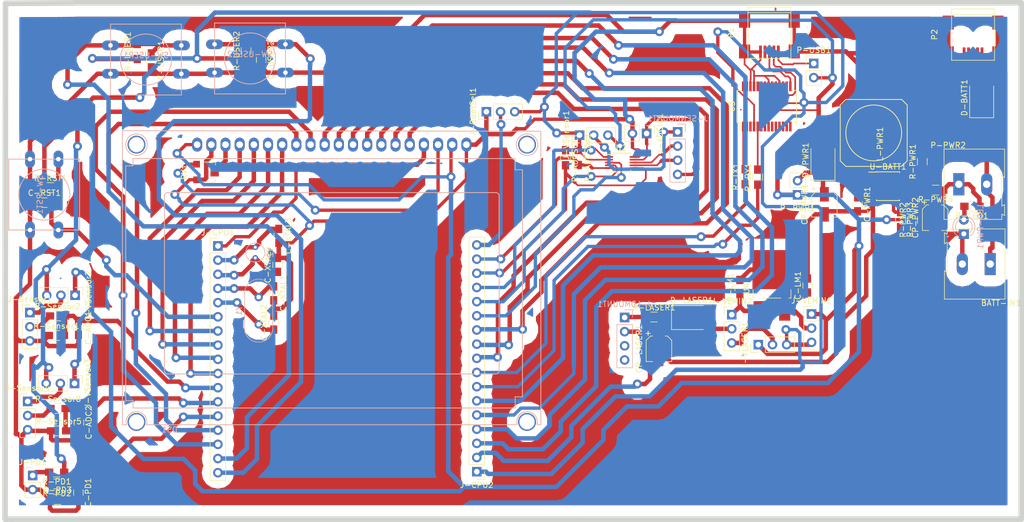
<source format=kicad_pcb>
(kicad_pcb (version 4) (host pcbnew 4.0.6)
  (layers (0 F.Cu signal) (31 B.Cu signal) (34 B.Paste user) (35 F.Paste user) (36 B.SilkS user) (37 F.SilkS user) (38 B.Mask user) (39 F.Mask user) (44 Edge.Cuts user))
  (net 0 "")
  (net 1 "Net-(BATT-IN1-Pad1)")
  (net 2 GND)
  (net 3 "Net-(C-LM1-Pad1)")
  (net 4 /ADC_2)
  (net 5 "Net-(C-PWR1-Pad1)")
  (net 6 /ADC_0)
  (net 7 /ADC_1)
  (net 8 "Net-(CP-PWR1-Pad1)")
  (net 9 "Net-(CP-PWR2-Pad1)")
  (net 10 "Net-(D-LASER1-Pad2)")
  (net 11 "Net-(D-PWR1-Pad2)")
  (net 12 "Net-(DS1-Pad3)")
  (net 13 /GLCD_0)
  (net 14 /GLCD_1)
  (net 15 /GLCD_2)
  (net 16 /GLCD_3)
  (net 17 /GLCD_4)
  (net 18 /GLCD_5)
  (net 19 /GLCD_6)
  (net 20 /GLCD_7)
  (net 21 /GLCD_CS1)
  (net 22 /GLCD_CS2)
  (net 23 /GLCD_RST)
  (net 24 /GLCD_RW)
  (net 25 /GLCD_RS)
  (net 26 /GLCD_EN)
  (net 27 "Net-(DS1-Pad18)")
  (net 28 "Net-(J-ADCIC1-Pad1)")
  (net 29 VDD)
  (net 30 /SEN-P)
  (net 31 /SEN-N)
  (net 32 "Net-(J-Sensor1-Pad1)")
  (net 33 "Net-(J-Sensor4-Pad1)")
  (net 34 VCC)
  (net 35 /VLASER)
  (net 36 /VLM)
  (net 37 "Net-(L-PWR1-Pad1)")
  (net 38 "Net-(LED-PWR1-Pad2)")
  (net 39 "Net-(P-USB1-Pad1)")
  (net 40 "Net-(P1-Pad2)")
  (net 41 "Net-(P1-Pad3)")
  (net 42 "Net-(P1-Pad4)")
  (net 43 "Net-(P2-Pad2)")
  (net 44 "Net-(P2-Pad3)")
  (net 45 "Net-(P2-Pad4)")
  (net 46 /ADC_SCL)
  (net 47 /ADC_SDA)
  (net 48 "Net-(R-LM1-Pad2)")
  (net 49 "Net-(R-PWR1-Pad2)")
  (net 50 "Net-(R-PWR2-Pad2)")
  (net 51 /USER_INPUT_1)
  (net 52 /USER_INPUT_2)
  (net 53 /RX)
  (net 54 /TX)
  (net 55 /ADC_EOC)
  (net 56 "Net-(U3-Pad2)")
  (net 57 "Net-(U3-Pad3)")
  (net 58 "Net-(U3-Pad6)")
  (net 59 "Net-(U3-Pad9)")
  (net 60 "Net-(U3-Pad10)")
  (net 61 "Net-(U3-Pad11)")
  (net 62 "Net-(U3-Pad12)")
  (net 63 "Net-(U3-Pad13)")
  (net 64 "Net-(U3-Pad14)")
  (net 65 "Net-(U3-Pad19)")
  (net 66 "Net-(U3-Pad22)")
  (net 67 "Net-(U3-Pad23)")
  (net 68 "Net-(U3-Pad27)")
  (net 69 "Net-(U3-Pad28)")
  (net 70 /RST)
  (net 71 /OSC24_IN)
  (net 72 /OSC24_OUT)
  (net 73 /OSC32_IN)
  (net 74 /OSC32_OUT)
  (net 75 /BOOT)
  (net 76 /ADC_MCLK)
  (net 77 /ADC_XCLR)
  (net 78 "Net-(R-RX1-Pad2)")
  (net 79 "Net-(R-TX1-Pad2)")
  (net 80 "Net-(CP-LASER1-Pad1)")
  (net 81 "Net-(J-SENMOUNT1-Pad1)")
  (net 82 "Net-(J-SENMOUNT1-Pad2)")
  (net 83 "Net-(J-SENMOUNT1-Pad3)")
  (net 84 "Net-(J-LDMOUNT1-Pad1)")
  (net 85 /LPD-Cat)
  (net 86 /LPD_An)
  (net 87 /LPD_Cat)
  (net 88 "Net-(D-BATT1-Pad2)")
  (module Pin_Headers:Pin_Header_Straight_1x04_Pitch2.54mm (layer B.Cu) (at 180.175 65.52 180)
    (fp_text reference J-SENMOUNT1 (at 0 2.39 180) (layer B.SilkS) (effects (justify mirror)))
    (fp_text value CONN_01X04)
    (pad 1 thru_hole rect (at 0 0 180) (size 1.7 1.7) (drill 1) (layers *.Cu *.Mask) (net 81 "Net-(J-SENMOUNT1-Pad1)"))
    (pad 2 thru_hole oval (at 0 -2.54 180) (size 1.7 1.7) (drill 1) (layers *.Cu *.Mask) (net 82 "Net-(J-SENMOUNT1-Pad2)"))
    (pad 3 thru_hole oval (at 0 -5.08 180) (size 1.7 1.7) (drill 1) (layers *.Cu *.Mask) (net 83 "Net-(J-SENMOUNT1-Pad3)"))
    (pad 4 thru_hole oval (at 0 -7.62 180) (size 1.7 1.7) (drill 1) (layers *.Cu *.Mask) (net 28 "Net-(J-ADCIC1-Pad1)"))
  )
  (module Displays:AG12864E (layer B.Cu) (at 94.055 67.8)
    (fp_text reference DS1 (at -4.95 51.09) (layer B.SilkS) (effects (justify mirror)))
    (fp_text value AG12864E)
    (pad 1 thru_hole oval (at 0 0) (size 1.8 2.5) (drill 1.2) (layers *.Cu *.Mask) (net 34 VCC))
    (pad 2 thru_hole oval (at 2.54 0) (size 1.8 2.5) (drill 1.2) (layers *.Cu *.Mask) (net 2 GND))
    (pad 3 thru_hole oval (at 5.08 0) (size 1.8 2.5) (drill 1.2) (layers *.Cu *.Mask) (net 12 "Net-(DS1-Pad3)"))
    (pad 4 thru_hole oval (at 7.62 0) (size 1.8 2.5) (drill 1.2) (layers *.Cu *.Mask) (net 13 /GLCD_0))
    (pad 5 thru_hole oval (at 10.16 0) (size 1.8 2.5) (drill 1.2) (layers *.Cu *.Mask) (net 14 /GLCD_1))
    (pad 6 thru_hole oval (at 12.7 0) (size 1.8 2.5) (drill 1.2) (layers *.Cu *.Mask) (net 15 /GLCD_2))
    (pad 7 thru_hole oval (at 15.24 0) (size 1.8 2.5) (drill 1.2) (layers *.Cu *.Mask) (net 16 /GLCD_3))
    (pad 8 thru_hole oval (at 17.78 0) (size 1.8 2.5) (drill 1.2) (layers *.Cu *.Mask) (net 17 /GLCD_4))
    (pad 9 thru_hole oval (at 20.32 0) (size 1.8 2.5) (drill 1.2) (layers *.Cu *.Mask) (net 18 /GLCD_5))
    (pad 10 thru_hole oval (at 22.86 0) (size 1.8 2.5) (drill 1.2) (layers *.Cu *.Mask) (net 19 /GLCD_6))
    (pad 11 thru_hole oval (at 25.4 0) (size 1.8 2.5) (drill 1.2) (layers *.Cu *.Mask) (net 20 /GLCD_7))
    (pad 12 thru_hole oval (at 27.94 0) (size 1.8 2.5) (drill 1.2) (layers *.Cu *.Mask) (net 21 /GLCD_CS1))
    (pad 13 thru_hole oval (at 30.48 0) (size 1.8 2.5) (drill 1.2) (layers *.Cu *.Mask) (net 22 /GLCD_CS2))
    (pad 14 thru_hole oval (at 33.02 0) (size 1.8 2.5) (drill 1.2) (layers *.Cu *.Mask) (net 23 /GLCD_RST))
    (pad 15 thru_hole oval (at 35.56 0) (size 1.8 2.5) (drill 1.2) (layers *.Cu *.Mask) (net 24 /GLCD_RW))
    (pad 16 thru_hole oval (at 38.1 0) (size 1.8 2.5) (drill 1.2) (layers *.Cu *.Mask) (net 25 /GLCD_RS))
    (pad 17 thru_hole oval (at 40.64 0) (size 1.8 2.5) (drill 1.2) (layers *.Cu *.Mask) (net 26 /GLCD_EN))
    (pad 18 thru_hole oval (at 43.18 0) (size 1.8 2.5) (drill 1.2) (layers *.Cu *.Mask) (net 27 "Net-(DS1-Pad18)"))
    (pad 19 thru_hole oval (at 45.72 0) (size 1.8 2.5) (drill 1.2) (layers *.Cu *.Mask) (net 34 VCC))
    (pad 20 thru_hole oval (at 48.26 0) (size 1.8 2.5) (drill 1.2) (layers *.Cu *.Mask) (net 2 GND))
    (pad 0 thru_hole circle (at -10.87 0) (size 3.2 3.2) (drill 2.7) (layers *.Cu *.Mask))
    (pad 0 thru_hole circle (at 59.13 0) (size 3.2 3.2) (drill 2.7) (layers *.Cu *.Mask))
    (pad 0 thru_hole circle (at -10.87 49.7) (size 3.2 3.2) (drill 2.7) (layers *.Cu *.Mask))
    (pad 0 thru_hole circle (at 59.13 49.7) (size 3.2 3.2) (drill 2.7) (layers *.Cu *.Mask))
  )
  (module Connectors:AK300-2 (layer F.Cu) (at 236.2 89.2 180)
    (fp_text reference BATT-IN1 (at -1.92 -6.99 180) (layer F.SilkS))
    (fp_text value CONN_01X02)
    (pad 1 thru_hole rect (at 0 0 180) (size 1.98 3.96) (drill 1.32) (layers *.Cu F.Paste F.Mask) (net 1 "Net-(BATT-IN1-Pad1)"))
    (pad 2 thru_hole oval (at 5 0 180) (size 1.98 3.96) (drill 1.32) (layers *.Cu F.Paste F.Mask) (net 2 GND))
  )
  (module Capacitors_SMD:C_0805_HandSoldering (layer F.Cu) (at 72.775 100.65 270)
    (fp_text reference C-ADC1 (at 0 -1.75 270) (layer F.SilkS))
    (fp_text value C)
    (pad 1 smd rect (at -1.25 0 270) (size 1.5 1.25) (layers F.Cu F.Paste F.Mask) (net 6 /ADC_0))
    (pad 2 smd rect (at 1.25 0 270) (size 1.5 1.25) (layers F.Cu F.Paste F.Mask) (net 2 GND))
  )
  (module Capacitors_SMD:C_0805_HandSoldering (layer F.Cu) (at 72.875 117.6 270)
    (fp_text reference C-ADC2 (at 0 -1.75 270) (layer F.SilkS))
    (fp_text value C)
    (pad 1 smd rect (at -1.25 0 270) (size 1.5 1.25) (layers F.Cu F.Paste F.Mask) (net 7 /ADC_1))
    (pad 2 smd rect (at 1.25 0 270) (size 1.5 1.25) (layers F.Cu F.Paste F.Mask) (net 2 GND))
  )
  (module Capacitors_SMD:C_0805_HandSoldering (layer F.Cu) (at 203.475 93.05 90)
    (fp_text reference C-LM1 (at 0 -1.75 90) (layer F.SilkS))
    (fp_text value 1nF)
    (pad 1 smd rect (at -1.25 0 90) (size 1.5 1.25) (layers F.Cu F.Paste F.Mask) (net 3 "Net-(C-LM1-Pad1)"))
    (pad 2 smd rect (at 1.25 0 90) (size 1.5 1.25) (layers F.Cu F.Paste F.Mask) (net 2 GND))
  )
  (module Capacitors_SMD:C_0805_HandSoldering (layer F.Cu) (at 72.775 130.15 270)
    (fp_text reference C-PD1 (at 0 -1.75 270) (layer F.SilkS))
    (fp_text value 1nF)
    (pad 1 smd rect (at -1.25 0 270) (size 1.5 1.25) (layers F.Cu F.Paste F.Mask) (net 4 /ADC_2))
    (pad 2 smd rect (at 1.25 0 270) (size 1.5 1.25) (layers F.Cu F.Paste F.Mask) (net 2 GND))
  )
  (module Capacitors_SMD:C_0805_HandSoldering (layer F.Cu) (at 212.425 78.5 270)
    (fp_text reference C-PWR1 (at 0 -1.75 270) (layer F.SilkS))
    (fp_text value 1nF)
    (pad 1 smd rect (at -1.25 0 270) (size 1.5 1.25) (layers F.Cu F.Paste F.Mask) (net 5 "Net-(C-PWR1-Pad1)"))
    (pad 2 smd rect (at 1.25 0 270) (size 1.5 1.25) (layers F.Cu F.Paste F.Mask) (net 2 GND))
  )
  (module Capacitors_SMD:C_0805_HandSoldering (layer F.Cu) (at 66.675 78.2)
    (fp_text reference C-RST1 (at 0 -1.75) (layer F.SilkS))
    (fp_text value C)
    (pad 1 smd rect (at -1.25 0) (size 1.5 1.25) (layers F.Cu F.Paste F.Mask) (net 2 GND))
    (pad 2 smd rect (at 1.25 0) (size 1.5 1.25) (layers F.Cu F.Paste F.Mask) (net 70 /RST))
  )
  (module Capacitors_SMD:C_0805_HandSoldering (layer F.Cu) (at 85.825 52.7 270)
    (fp_text reference C-USER1 (at 0 -1.75 270) (layer F.SilkS))
    (fp_text value C)
    (pad 1 smd rect (at -1.25 0 270) (size 1.5 1.25) (layers F.Cu F.Paste F.Mask) (net 51 /USER_INPUT_1))
    (pad 2 smd rect (at 1.25 0 270) (size 1.5 1.25) (layers F.Cu F.Paste F.Mask) (net 2 GND))
  )
  (module Capacitors_SMD:C_0805_HandSoldering (layer F.Cu) (at 105.525 52.6 270)
    (fp_text reference C-USER2 (at 0 -1.75 270) (layer F.SilkS))
    (fp_text value C)
    (pad 1 smd rect (at -1.25 0 270) (size 1.5 1.25) (layers F.Cu F.Paste F.Mask) (net 52 /USER_INPUT_2))
    (pad 2 smd rect (at 1.25 0 270) (size 1.5 1.25) (layers F.Cu F.Paste F.Mask) (net 2 GND))
  )
  (module Capacitors_SMD:C_0805_HandSoldering (layer F.Cu) (at 107.775 94.45 270)
    (fp_text reference C-XTAL1 (at 0 -1.75 270) (layer F.SilkS))
    (fp_text value C)
    (pad 1 smd rect (at -1.25 0 270) (size 1.5 1.25) (layers F.Cu F.Paste F.Mask) (net 71 /OSC24_IN))
    (pad 2 smd rect (at 1.25 0 270) (size 1.5 1.25) (layers F.Cu F.Paste F.Mask) (net 2 GND))
  )
  (module Capacitors_SMD:C_0805_HandSoldering (layer F.Cu) (at 107.775 99.7 90)
    (fp_text reference C-XTAL2 (at 0 -1.75 90) (layer F.SilkS))
    (fp_text value C)
    (pad 1 smd rect (at -1.25 0 90) (size 1.5 1.25) (layers F.Cu F.Paste F.Mask) (net 72 /OSC24_OUT))
    (pad 2 smd rect (at 1.25 0 90) (size 1.5 1.25) (layers F.Cu F.Paste F.Mask) (net 2 GND))
  )
  (module Capacitors_SMD:C_0805_HandSoldering (layer F.Cu) (at 108.675 84.15 270)
    (fp_text reference C-XTAL3 (at 0 -1.75 270) (layer F.SilkS))
    (fp_text value C)
    (pad 1 smd rect (at -1.25 0 270) (size 1.5 1.25) (layers F.Cu F.Paste F.Mask) (net 73 /OSC32_IN))
    (pad 2 smd rect (at 1.25 0 270) (size 1.5 1.25) (layers F.Cu F.Paste F.Mask) (net 2 GND))
  )
  (module Capacitors_SMD:C_0805_HandSoldering (layer F.Cu) (at 108.475 89.35 90)
    (fp_text reference C-XTAL4 (at 0 -1.75 90) (layer F.SilkS))
    (fp_text value C)
    (pad 1 smd rect (at -1.25 0 90) (size 1.5 1.25) (layers F.Cu F.Paste F.Mask) (net 74 /OSC32_OUT))
    (pad 2 smd rect (at 1.25 0 90) (size 1.5 1.25) (layers F.Cu F.Paste F.Mask) (net 2 GND))
  )
  (module Capacitors_SMD:CP_Elec_4x5.3 (layer F.Cu) (at 206.475 78.5 270)
    (fp_text reference CP-PWR1 (at 0 3.54 270) (layer F.SilkS))
    (fp_text value 100uF)
    (fp_text user + (at -2.77 2.01 270) (layer F.SilkS))
    (pad 1 smd rect (at -1.8 0 90) (size 2.6 1.6) (layers F.Cu F.Paste F.Mask) (net 8 "Net-(CP-PWR1-Pad1)"))
    (pad 2 smd rect (at 1.8 0 90) (size 2.6 1.6) (layers F.Cu F.Paste F.Mask) (net 2 GND))
  )
  (module Capacitors_SMD:CP_Elec_4x5.3 (layer F.Cu) (at 226.325 80.9 270)
    (fp_text reference CP-PWR2 (at 0 3.54 270) (layer F.SilkS))
    (fp_text value 10uF)
    (fp_text user + (at -2.77 2.01 270) (layer F.SilkS))
    (pad 1 smd rect (at -1.8 0 90) (size 2.6 1.6) (layers F.Cu F.Paste F.Mask) (net 9 "Net-(CP-PWR2-Pad1)"))
    (pad 2 smd rect (at 1.8 0 90) (size 2.6 1.6) (layers F.Cu F.Paste F.Mask) (net 2 GND))
  )
  (module Diodes_SMD:D_SMB_Standard (layer F.Cu) (at 182.625 98.8)
    (fp_text reference D-LASER1 (at 0.05 -3.1) (layer F.SilkS))
    (fp_text value D)
    (pad 1 smd rect (at -2.15 0) (size 2.5 2.3) (layers F.Cu F.Paste F.Mask) (net 80 "Net-(CP-LASER1-Pad1)"))
    (pad 2 smd rect (at 2.15 0) (size 2.5 2.3) (layers F.Cu F.Paste F.Mask) (net 10 "Net-(D-LASER1-Pad2)"))
  )
  (module Diodes_SMD:D_SMB_Standard (layer F.Cu) (at 206.225 70.65 90)
    (fp_text reference D-PWR1 (at 0.05 -3.1 90) (layer F.SilkS))
    (fp_text value D_Schottky)
    (pad 1 smd rect (at -2.15 0 90) (size 2.5 2.3) (layers F.Cu F.Paste F.Mask) (net 8 "Net-(CP-PWR1-Pad1)"))
    (pad 2 smd rect (at 2.15 0 90) (size 2.5 2.3) (layers F.Cu F.Paste F.Mask) (net 11 "Net-(D-PWR1-Pad2)"))
  )
  (module Pin_Headers:Pin_Header_Straight_1x02_Pitch2.54mm (layer F.Cu) (at 174.615 65.8 270)
    (fp_text reference J-ADCIC1 (at 0 -2.39 270) (layer F.SilkS))
    (fp_text value CONN_01X02)
    (pad 1 thru_hole rect (at 0 0 270) (size 1.7 1.7) (drill 1) (layers *.Cu *.Mask) (net 28 "Net-(J-ADCIC1-Pad1)"))
    (pad 2 thru_hole oval (at 0 2.54 270) (size 1.7 1.7) (drill 1) (layers *.Cu *.Mask) (net 2 GND))
  )
  (module Pin_Headers:Pin_Header_Straight_1x03_Pitch2.54mm (layer F.Cu) (at 145.895 61.9 90)
    (fp_text reference J-BootSel1 (at 0 -2.39 90) (layer F.SilkS))
    (fp_text value CONN_01X03)
    (pad 1 thru_hole rect (at 0 0 90) (size 1.7 1.7) (drill 1) (layers *.Cu *.Mask) (net 2 GND))
    (pad 2 thru_hole oval (at 0 2.54 90) (size 1.7 1.7) (drill 1) (layers *.Cu *.Mask) (net 75 /BOOT))
    (pad 3 thru_hole oval (at 0 5.08 90) (size 1.7 1.7) (drill 1) (layers *.Cu *.Mask) (net 29 VDD))
  )
  (module Pin_Headers:Pin_Header_Straight_1x02_Pitch2.54mm (layer F.Cu) (at 64.575 127.1)
    (fp_text reference J-PD1 (at 0 -2.39) (layer F.SilkS))
    (fp_text value CONN_01X02)
    (pad 1 thru_hole rect (at 0 0) (size 1.7 1.7) (drill 1) (layers *.Cu *.Mask) (net 87 /LPD_Cat))
    (pad 2 thru_hole oval (at 0 2.54) (size 1.7 1.7) (drill 1) (layers *.Cu *.Mask) (net 2 GND))
  )
  (module Pin_Headers:Pin_Header_Straight_1x03_Pitch2.54mm (layer F.Cu) (at 64.075 97.9)
    (fp_text reference J-Sensor1 (at 0 -2.39) (layer F.SilkS))
    (fp_text value CONN_01X03)
    (pad 1 thru_hole rect (at 0 0) (size 1.7 1.7) (drill 1) (layers *.Cu *.Mask) (net 32 "Net-(J-Sensor1-Pad1)"))
    (pad 2 thru_hole oval (at 0 2.54) (size 1.7 1.7) (drill 1) (layers *.Cu *.Mask) (net 30 /SEN-P))
    (pad 3 thru_hole oval (at 0 5.08) (size 1.7 1.7) (drill 1) (layers *.Cu *.Mask) (net 2 GND))
  )
  (module Pin_Headers:Pin_Header_Straight_1x03_Pitch2.54mm (layer F.Cu) (at 63.675 113.82)
    (fp_text reference J-Sensor4 (at 0 -2.39) (layer F.SilkS))
    (fp_text value CONN_01X03)
    (pad 1 thru_hole rect (at 0 0) (size 1.7 1.7) (drill 1) (layers *.Cu *.Mask) (net 33 "Net-(J-Sensor4-Pad1)"))
    (pad 2 thru_hole oval (at 0 2.54) (size 1.7 1.7) (drill 1) (layers *.Cu *.Mask) (net 31 /SEN-N))
    (pad 3 thru_hole oval (at 0 5.08) (size 1.7 1.7) (drill 1) (layers *.Cu *.Mask) (net 2 GND))
  )
  (module Pin_Headers:Pin_Header_Straight_1x03_Pitch2.54mm (layer F.Cu) (at 194.635 103.65 90)
    (fp_text reference J-VLASER1 (at 0 -2.39 90) (layer F.SilkS))
    (fp_text value CONN_01X03)
    (pad 1 thru_hole rect (at 0 0 90) (size 1.7 1.7) (drill 1) (layers *.Cu *.Mask) (net 34 VCC))
    (pad 2 thru_hole oval (at 0 2.54 90) (size 1.7 1.7) (drill 1) (layers *.Cu *.Mask) (net 35 /VLASER))
    (pad 3 thru_hole oval (at 0 5.08 90) (size 1.7 1.7) (drill 1) (layers *.Cu *.Mask) (net 29 VDD))
  )
  (module Pin_Headers:Pin_Header_Straight_1x03_Pitch2.54mm (layer F.Cu) (at 204.175 98.16)
    (fp_text reference J-VLMIN1 (at 0 -2.39) (layer F.SilkS))
    (fp_text value CONN_01X03)
    (pad 1 thru_hole rect (at 0 0) (size 1.7 1.7) (drill 1) (layers *.Cu *.Mask) (net 34 VCC))
    (pad 2 thru_hole oval (at 0 2.54) (size 1.7 1.7) (drill 1) (layers *.Cu *.Mask) (net 3 "Net-(C-LM1-Pad1)"))
    (pad 3 thru_hole oval (at 0 5.08) (size 1.7 1.7) (drill 1) (layers *.Cu *.Mask) (net 29 VDD))
  )
  (module Pin_Headers:Pin_Header_Straight_1x03_Pitch2.54mm (layer F.Cu) (at 189.875 98.27)
    (fp_text reference J-VLMIN2 (at 0 -2.39) (layer F.SilkS))
    (fp_text value CONN_01X03)
    (pad 1 thru_hole rect (at 0 0) (size 1.7 1.7) (drill 1) (layers *.Cu *.Mask) (net 36 /VLM))
    (pad 2 thru_hole oval (at 0 2.54) (size 1.7 1.7) (drill 1) (layers *.Cu *.Mask) (net 10 "Net-(D-LASER1-Pad2)"))
    (pad 3 thru_hole oval (at 0 5.08) (size 1.7 1.7) (drill 1) (layers *.Cu *.Mask) (net 35 /VLASER))
  )
  (module Pin_Headers:Pin_Header_Straight_1x03_Pitch2.54mm (layer F.Cu) (at 162.595 66.1 90)
    (fp_text reference J-VSensor1 (at 0 -2.39 90) (layer F.SilkS))
    (fp_text value CONN_01X03)
    (pad 1 thru_hole rect (at 0 0 90) (size 1.7 1.7) (drill 1) (layers *.Cu *.Mask) (net 29 VDD))
    (pad 2 thru_hole oval (at 0 2.54 90) (size 1.7 1.7) (drill 1) (layers *.Cu *.Mask) (net 81 "Net-(J-SENMOUNT1-Pad1)"))
    (pad 3 thru_hole oval (at 0 5.08 90) (size 1.7 1.7) (drill 1) (layers *.Cu *.Mask) (net 34 VCC))
  )
  (module Pin_Headers:Pin_Header_Straight_1x03_Pitch2.54mm (layer F.Cu) (at 72.175 94.8 270)
    (fp_text reference J-VSensor2 (at 0 -2.39 270) (layer F.SilkS))
    (fp_text value CONN_01X03)
    (pad 1 thru_hole rect (at 0 0 270) (size 1.7 1.7) (drill 1) (layers *.Cu *.Mask) (net 34 VCC))
    (pad 2 thru_hole oval (at 0 2.54 270) (size 1.7 1.7) (drill 1) (layers *.Cu *.Mask) (net 32 "Net-(J-Sensor1-Pad1)"))
    (pad 3 thru_hole oval (at 0 5.08 270) (size 1.7 1.7) (drill 1) (layers *.Cu *.Mask) (net 29 VDD))
  )
  (module Pin_Headers:Pin_Header_Straight_1x03_Pitch2.54mm (layer F.Cu) (at 72.075 110.6 270)
    (fp_text reference J-VSensor3 (at 0 -2.39 270) (layer F.SilkS))
    (fp_text value CONN_01X03)
    (pad 1 thru_hole rect (at 0 0 270) (size 1.7 1.7) (drill 1) (layers *.Cu *.Mask) (net 34 VCC))
    (pad 2 thru_hole oval (at 0 2.54 270) (size 1.7 1.7) (drill 1) (layers *.Cu *.Mask) (net 33 "Net-(J-Sensor4-Pad1)"))
    (pad 3 thru_hole oval (at 0 5.08 270) (size 1.7 1.7) (drill 1) (layers *.Cu *.Mask) (net 29 VDD))
  )
  (module Inductors:SELF-WE-PD-XXL (layer F.Cu) (at 215.32374 65.7 180)
    (fp_text reference L-PWR1 (at -1.14874 -2 270) (layer F.SilkS))
    (fp_text value 100uH)
    (fp_text user "" (at 0 0 180) (layer F.SilkS))
    (fp_text user "" (at 0 0 180) (layer F.SilkS))
    (pad 1 smd rect (at -5.00126 0 180) (size 2.90068 5.40004) (layers F.Cu F.Paste F.Mask) (net 37 "Net-(L-PWR1-Pad1)"))
    (pad 2 smd rect (at 5.00126 0 180) (size 2.90068 5.40004) (layers F.Cu F.Paste F.Mask) (net 11 "Net-(D-PWR1-Pad2)"))
  )
  (module Pin_Headers:Pin_Header_Straight_1x02_Pitch2.54mm (layer F.Cu) (at 201.675 76.8 180)
    (fp_text reference P-PWR1 (at 0 -2.39 180) (layer F.SilkS))
    (fp_text value CONN_01X02)
    (pad 1 thru_hole rect (at 0 0 180) (size 1.7 1.7) (drill 1) (layers *.Cu *.Mask) (net 34 VCC))
    (pad 2 thru_hole oval (at 0 2.54 180) (size 1.7 1.7) (drill 1) (layers *.Cu *.Mask) (net 8 "Net-(CP-PWR1-Pad1)"))
  )
  (module Pin_Headers:Pin_Header_Straight_1x02_Pitch2.54mm (layer F.Cu) (at 204.575 53.25)
    (fp_text reference P-USB1 (at 0 -2.39) (layer F.SilkS))
    (fp_text value CONN_01X02)
    (pad 1 thru_hole rect (at 0 0) (size 1.7 1.7) (drill 1) (layers *.Cu *.Mask) (net 39 "Net-(P-USB1-Pad1)"))
    (pad 2 thru_hole oval (at 0 2.54) (size 1.7 1.7) (drill 1) (layers *.Cu *.Mask) (net 34 VCC))
  )
  (module Connectors:USB_Mini-B (layer F.Cu) (at 196.625 48.4 270)
    (fp_text reference P1 (at -0.65 6.9 270) (layer F.SilkS))
    (fp_text value USB_OTG)
    (pad 1 smd rect (at 2.8 -1.6 270) (size 2.3 0.5) (layers F.Cu F.Paste F.Mask) (net 39 "Net-(P-USB1-Pad1)"))
    (pad 2 smd rect (at 2.8 -0.8 270) (size 2.3 0.5) (layers F.Cu F.Paste F.Mask) (net 40 "Net-(P1-Pad2)"))
    (pad 3 smd rect (at 2.8 0 270) (size 2.3 0.5) (layers F.Cu F.Paste F.Mask) (net 41 "Net-(P1-Pad3)"))
    (pad 4 smd rect (at 2.8 0.8 270) (size 2.3 0.5) (layers F.Cu F.Paste F.Mask) (net 42 "Net-(P1-Pad4)"))
    (pad 5 smd rect (at 2.8 1.6 270) (size 2.3 0.5) (layers F.Cu F.Paste F.Mask) (net 2 GND))
    (pad 6 smd rect (at 2.7 -4.45 270) (size 2.5 2) (layers F.Cu F.Paste F.Mask) (net 2 GND))
    (pad 6 smd rect (at -2.8 -4.45 270) (size 2.5 2) (layers F.Cu F.Paste F.Mask) (net 2 GND))
    (pad 6 smd rect (at 2.7 4.45 270) (size 2.5 2) (layers F.Cu F.Paste F.Mask) (net 2 GND))
    (pad 6 smd rect (at -2.8 4.45 270) (size 2.5 2) (layers F.Cu F.Paste F.Mask) (net 2 GND))
    (pad "" np_thru_hole circle (at 0.2 -2.2 270) (size 0.9 0.9) (drill 0.9) (layers *.Cu *.Mask))
    (pad "" np_thru_hole circle (at 0.2 2.2 270) (size 0.9 0.9) (drill 0.9) (layers *.Cu *.Mask))
  )
  (module Connectors:USB_Mini-B (layer F.Cu) (at 233.125 48.725 270)
    (fp_text reference P2 (at -0.65 6.9 270) (layer F.SilkS))
    (fp_text value USB_OTG)
    (pad 1 smd rect (at 2.8 -1.6 270) (size 2.3 0.5) (layers F.Cu F.Paste F.Mask) (net 88 "Net-(D-BATT1-Pad2)"))
    (pad 2 smd rect (at 2.8 -0.8 270) (size 2.3 0.5) (layers F.Cu F.Paste F.Mask) (net 43 "Net-(P2-Pad2)"))
    (pad 3 smd rect (at 2.8 0 270) (size 2.3 0.5) (layers F.Cu F.Paste F.Mask) (net 44 "Net-(P2-Pad3)"))
    (pad 4 smd rect (at 2.8 0.8 270) (size 2.3 0.5) (layers F.Cu F.Paste F.Mask) (net 45 "Net-(P2-Pad4)"))
    (pad 5 smd rect (at 2.8 1.6 270) (size 2.3 0.5) (layers F.Cu F.Paste F.Mask) (net 2 GND))
    (pad 6 smd rect (at 2.7 -4.45 270) (size 2.5 2) (layers F.Cu F.Paste F.Mask) (net 2 GND))
    (pad 6 smd rect (at -2.8 -4.45 270) (size 2.5 2) (layers F.Cu F.Paste F.Mask) (net 2 GND))
    (pad 6 smd rect (at 2.7 4.45 270) (size 2.5 2) (layers F.Cu F.Paste F.Mask) (net 2 GND))
    (pad 6 smd rect (at -2.8 4.45 270) (size 2.5 2) (layers F.Cu F.Paste F.Mask) (net 2 GND))
    (pad "" np_thru_hole circle (at 0.2 -2.2 270) (size 0.9 0.9) (drill 0.9) (layers *.Cu *.Mask))
    (pad "" np_thru_hole circle (at 0.2 2.2 270) (size 0.9 0.9) (drill 0.9) (layers *.Cu *.Mask))
  )
  (module Resistors_SMD:R_0805_HandSoldering (layer F.Cu) (at 160.075 70.15 270)
    (fp_text reference R-ADCSCL1 (at 0 -1.7 270) (layer F.SilkS))
    (fp_text value 4k7)
    (pad 1 smd rect (at -1.35 0 270) (size 1.5 1.3) (layers F.Cu F.Paste F.Mask) (net 29 VDD))
    (pad 2 smd rect (at 1.35 0 270) (size 1.5 1.3) (layers F.Cu F.Paste F.Mask) (net 46 /ADC_SCL))
  )
  (module Resistors_SMD:R_0805_HandSoldering (layer F.Cu) (at 162.375 70.1 270)
    (fp_text reference R-ADCSDA1 (at 0 -1.7 270) (layer F.SilkS))
    (fp_text value 4k7)
    (pad 1 smd rect (at -1.35 0 270) (size 1.5 1.3) (layers F.Cu F.Paste F.Mask) (net 29 VDD))
    (pad 2 smd rect (at 1.35 0 270) (size 1.5 1.3) (layers F.Cu F.Paste F.Mask) (net 47 /ADC_SDA))
  )
  (module Resistors_SMD:R_0805_HandSoldering (layer F.Cu) (at 175.925 98.7)
    (fp_text reference R-LASER1 (at 0 -1.7) (layer F.SilkS))
    (fp_text value R)
    (pad 1 smd rect (at -1.35 0) (size 1.5 1.3) (layers F.Cu F.Paste F.Mask) (net 84 "Net-(J-LDMOUNT1-Pad1)"))
    (pad 2 smd rect (at 1.35 0) (size 1.5 1.3) (layers F.Cu F.Paste F.Mask) (net 80 "Net-(CP-LASER1-Pad1)"))
  )
  (module Resistors_SMD:R_0805_HandSoldering (layer F.Cu) (at 232.925 78.85 180)
    (fp_text reference R-LED1 (at 0 -1.7 180) (layer F.SilkS))
    (fp_text value 330)
    (pad 1 smd rect (at -1.35 0 180) (size 1.5 1.3) (layers F.Cu F.Paste F.Mask) (net 9 "Net-(CP-PWR2-Pad1)"))
    (pad 2 smd rect (at 1.35 0 180) (size 1.5 1.3) (layers F.Cu F.Paste F.Mask) (net 38 "Net-(LED-PWR1-Pad2)"))
  )
  (module Resistors_SMD:R_0805_HandSoldering (layer F.Cu) (at 191.325 93.4 90)
    (fp_text reference R-LM1 (at 0 -1.7 90) (layer F.SilkS))
    (fp_text value R)
    (pad 1 smd rect (at -1.35 0 90) (size 1.5 1.3) (layers F.Cu F.Paste F.Mask) (net 36 /VLM))
    (pad 2 smd rect (at 1.35 0 90) (size 1.5 1.3) (layers F.Cu F.Paste F.Mask) (net 48 "Net-(R-LM1-Pad2)"))
  )
  (module Resistors_SMD:R_0805_HandSoldering (layer F.Cu) (at 68.875 126.5 180)
    (fp_text reference R-PD1 (at 0 -1.7 180) (layer F.SilkS))
    (fp_text value 4k7)
    (pad 1 smd rect (at -1.35 0 180) (size 1.5 1.3) (layers F.Cu F.Paste F.Mask) (net 29 VDD))
    (pad 2 smd rect (at 1.35 0 180) (size 1.5 1.3) (layers F.Cu F.Paste F.Mask) (net 87 /LPD_Cat))
  )
  (module Resistors_SMD:R_0805_HandSoldering (layer F.Cu) (at 68.925 128.6 180)
    (fp_text reference R-PD2 (at 0 -1.7 180) (layer F.SilkS))
    (fp_text value 1k)
    (pad 1 smd rect (at -1.35 0 180) (size 1.5 1.3) (layers F.Cu F.Paste F.Mask) (net 4 /ADC_2))
    (pad 2 smd rect (at 1.35 0 180) (size 1.5 1.3) (layers F.Cu F.Paste F.Mask) (net 87 /LPD_Cat))
  )
  (module Resistors_SMD:R_0805_HandSoldering (layer F.Cu) (at 69.025 131.4)
    (fp_text reference R-PD3 (at 0 -1.7) (layer F.SilkS))
    (fp_text value 10k)
    (pad 1 smd rect (at -1.35 0) (size 1.5 1.3) (layers F.Cu F.Paste F.Mask) (net 2 GND))
    (pad 2 smd rect (at 1.35 0) (size 1.5 1.3) (layers F.Cu F.Paste F.Mask) (net 4 /ADC_2))
  )
  (module Resistors_SMD:R_0805_HandSoldering (layer F.Cu) (at 224.025 70.85 90)
    (fp_text reference R-PWR1 (at 0 -1.7 90) (layer F.SilkS))
    (fp_text value 180)
    (pad 1 smd rect (at -1.35 0 90) (size 1.5 1.3) (layers F.Cu F.Paste F.Mask) (net 37 "Net-(L-PWR1-Pad1)"))
    (pad 2 smd rect (at 1.35 0 90) (size 1.5 1.3) (layers F.Cu F.Paste F.Mask) (net 49 "Net-(R-PWR1-Pad2)"))
  )
  (module Resistors_SMD:R_0805_HandSoldering (layer F.Cu) (at 222.275 81.3 90)
    (fp_text reference R-PWR2 (at 0 -1.7 90) (layer F.SilkS))
    (fp_text value 12K)
    (pad 1 smd rect (at -1.35 0 90) (size 1.5 1.3) (layers F.Cu F.Paste F.Mask) (net 34 VCC))
    (pad 2 smd rect (at 1.35 0 90) (size 1.5 1.3) (layers F.Cu F.Paste F.Mask) (net 50 "Net-(R-PWR2-Pad2)"))
  )
  (module Resistors_SMD:R_0805_HandSoldering (layer F.Cu) (at 220.125 81.25 270)
    (fp_text reference R-PWR3 (at 0 -1.7 270) (layer F.SilkS))
    (fp_text value 3K9)
    (pad 1 smd rect (at -1.35 0 270) (size 1.5 1.3) (layers F.Cu F.Paste F.Mask) (net 50 "Net-(R-PWR2-Pad2)"))
    (pad 2 smd rect (at 1.35 0 270) (size 1.5 1.3) (layers F.Cu F.Paste F.Mask) (net 2 GND))
  )
  (module Resistors_SMD:R_0805_HandSoldering (layer F.Cu) (at 226.425 75.95 180)
    (fp_text reference R-PWR4 (at 0 -1.7 180) (layer F.SilkS))
    (fp_text value 180)
    (pad 1 smd rect (at -1.35 0 180) (size 1.5 1.3) (layers F.Cu F.Paste F.Mask) (net 9 "Net-(CP-PWR2-Pad1)"))
    (pad 2 smd rect (at 1.35 0 180) (size 1.5 1.3) (layers F.Cu F.Paste F.Mask) (net 37 "Net-(L-PWR1-Pad1)"))
  )
  (module Resistors_SMD:R_0805_HandSoldering (layer F.Cu) (at 67.775 75.5)
    (fp_text reference R-RST1 (at 0 -1.7) (layer F.SilkS))
    (fp_text value R)
    (pad 1 smd rect (at -1.35 0) (size 1.5 1.3) (layers F.Cu F.Paste F.Mask) (net 29 VDD))
    (pad 2 smd rect (at 1.35 0) (size 1.5 1.3) (layers F.Cu F.Paste F.Mask) (net 70 /RST))
  )
  (module Resistors_SMD:R_0805_HandSoldering (layer F.Cu) (at 68.825 102)
    (fp_text reference R-Sensor1 (at 0 -1.7) (layer F.SilkS))
    (fp_text value 10K)
    (pad 1 smd rect (at -1.35 0) (size 1.5 1.3) (layers F.Cu F.Paste F.Mask) (net 2 GND))
    (pad 2 smd rect (at 1.35 0) (size 1.5 1.3) (layers F.Cu F.Paste F.Mask) (net 6 /ADC_0))
  )
  (module Resistors_SMD:R_0805_HandSoldering (layer F.Cu) (at 69.025 98.5)
    (fp_text reference R-Sensor2 (at 0 -1.7) (layer F.SilkS))
    (fp_text value 1K)
    (pad 1 smd rect (at -1.35 0) (size 1.5 1.3) (layers F.Cu F.Paste F.Mask) (net 30 /SEN-P))
    (pad 2 smd rect (at 1.35 0) (size 1.5 1.3) (layers F.Cu F.Paste F.Mask) (net 6 /ADC_0))
  )
  (module Resistors_SMD:R_0805_HandSoldering (layer F.Cu) (at 69.225 119.1)
    (fp_text reference R-Sensor5 (at 0 -1.7) (layer F.SilkS))
    (fp_text value 10K)
    (pad 1 smd rect (at -1.35 0) (size 1.5 1.3) (layers F.Cu F.Paste F.Mask) (net 2 GND))
    (pad 2 smd rect (at 1.35 0) (size 1.5 1.3) (layers F.Cu F.Paste F.Mask) (net 7 /ADC_1))
  )
  (module Resistors_SMD:R_0805_HandSoldering (layer F.Cu) (at 69.125 115.1)
    (fp_text reference R-Sensor8 (at 0 -1.7) (layer F.SilkS))
    (fp_text value 1K)
    (pad 1 smd rect (at -1.35 0) (size 1.5 1.3) (layers F.Cu F.Paste F.Mask) (net 31 /SEN-N))
    (pad 2 smd rect (at 1.35 0) (size 1.5 1.3) (layers F.Cu F.Paste F.Mask) (net 7 /ADC_1))
  )
  (module Resistors_SMD:R_0805_HandSoldering (layer F.Cu) (at 83.325 51.1 90)
    (fp_text reference R-USER1 (at 0 -1.7 90) (layer F.SilkS))
    (fp_text value 4k7)
    (pad 1 smd rect (at -1.35 0 90) (size 1.5 1.3) (layers F.Cu F.Paste F.Mask) (net 29 VDD))
    (pad 2 smd rect (at 1.35 0 90) (size 1.5 1.3) (layers F.Cu F.Paste F.Mask) (net 51 /USER_INPUT_1))
  )
  (module Resistors_SMD:R_0805_HandSoldering (layer F.Cu) (at 102.825 51 90)
    (fp_text reference R-USER2 (at 0 -1.7 90) (layer F.SilkS))
    (fp_text value 4k7)
    (pad 1 smd rect (at -1.35 0 90) (size 1.5 1.3) (layers F.Cu F.Paste F.Mask) (net 29 VDD))
    (pad 2 smd rect (at 1.35 0 90) (size 1.5 1.3) (layers F.Cu F.Paste F.Mask) (net 52 /USER_INPUT_2))
  )
  (module Potentiometers:Potentiometer_Trimmer-EVM3E (layer F.Cu) (at 95.575 72.7 270)
    (fp_text reference RV1 (at 0 3.83 270) (layer F.SilkS))
    (fp_text value POT)
    (pad 1 smd rect (at -1.4 1.62 270) (size 1.2 1.2) (layers F.Cu F.Paste F.Mask) (net 27 "Net-(DS1-Pad18)"))
    (pad 3 smd rect (at 1.4 1.62 270) (size 1.2 1.2) (layers F.Cu F.Paste F.Mask) (net 2 GND))
    (pad 2 smd rect (at 0 -1.62 270) (size 1.6 1.5) (layers F.Cu F.Paste F.Mask) (net 12 "Net-(DS1-Pad3)"))
  )
  (module Buttons_Switches_THT:SW_PUSH-12mm (layer B.Cu) (at 66.635 76.75 270)
    (fp_text reference SW-RST1 (at 0 0.762 270) (layer B.SilkS) (effects (justify mirror)))
    (fp_text value SW_Push)
    (pad 1 thru_hole oval (at 6.35 2.54 270) (size 3.048 1.7272) (drill 0.8128) (layers *.Cu *.Mask) (net 2 GND))
    (pad 2 thru_hole oval (at 6.35 -2.54 270) (size 3.048 1.7272) (drill 0.8128) (layers *.Cu *.Mask) (net 70 /RST))
    (pad 1 thru_hole oval (at -6.35 2.54 270) (size 3.048 1.7272) (drill 0.8128) (layers *.Cu *.Mask) (net 2 GND))
    (pad 2 thru_hole oval (at -6.35 -2.54 270) (size 3.048 1.7272) (drill 0.8128) (layers *.Cu *.Mask) (net 70 /RST))
  )
  (module Buttons_Switches_THT:SW_PUSH-12mm (layer B.Cu) (at 84.87 52.555 180)
    (fp_text reference SW-USER1 (at 0 0.762 180) (layer B.SilkS) (effects (justify mirror)))
    (fp_text value SW_Push)
    (pad 1 thru_hole oval (at 6.35 2.54 180) (size 3.048 1.7272) (drill 0.8128) (layers *.Cu *.Mask) (net 51 /USER_INPUT_1))
    (pad 2 thru_hole oval (at 6.35 -2.54 180) (size 3.048 1.7272) (drill 0.8128) (layers *.Cu *.Mask) (net 2 GND))
    (pad 1 thru_hole oval (at -6.35 2.54 180) (size 3.048 1.7272) (drill 0.8128) (layers *.Cu *.Mask) (net 51 /USER_INPUT_1))
    (pad 2 thru_hole oval (at -6.35 -2.54 180) (size 3.048 1.7272) (drill 0.8128) (layers *.Cu *.Mask) (net 2 GND))
  )
  (module Buttons_Switches_THT:SW_PUSH-12mm (layer B.Cu) (at 103.525 52.35 180)
    (fp_text reference SW-USER2 (at 0 0.762 180) (layer B.SilkS) (effects (justify mirror)))
    (fp_text value SW_Push)
    (pad 1 thru_hole oval (at 6.35 2.54 180) (size 3.048 1.7272) (drill 0.8128) (layers *.Cu *.Mask) (net 52 /USER_INPUT_2))
    (pad 2 thru_hole oval (at 6.35 -2.54 180) (size 3.048 1.7272) (drill 0.8128) (layers *.Cu *.Mask) (net 2 GND))
    (pad 1 thru_hole oval (at -6.35 2.54 180) (size 3.048 1.7272) (drill 0.8128) (layers *.Cu *.Mask) (net 52 /USER_INPUT_2))
    (pad 2 thru_hole oval (at -6.35 -2.54 180) (size 3.048 1.7272) (drill 0.8128) (layers *.Cu *.Mask) (net 2 GND))
  )
  (module Housings_SOIC:SOIC-8_3.9x4.9mm_Pitch1.27mm (layer F.Cu) (at 217.875 75.25)
    (fp_text reference U-BATT1 (at 0 -3.5) (layer F.SilkS))
    (fp_text value MC33063/MC34063D_SO08)
    (pad 1 smd rect (at -2.7 -1.905) (size 1.55 0.6) (layers F.Cu F.Paste F.Mask) (net 11 "Net-(D-PWR1-Pad2)"))
    (pad 2 smd rect (at -2.7 -0.635) (size 1.55 0.6) (layers F.Cu F.Paste F.Mask) (net 2 GND))
    (pad 3 smd rect (at -2.7 0.635) (size 1.55 0.6) (layers F.Cu F.Paste F.Mask) (net 5 "Net-(C-PWR1-Pad1)"))
    (pad 4 smd rect (at -2.7 1.905) (size 1.55 0.6) (layers F.Cu F.Paste F.Mask) (net 2 GND))
    (pad 5 smd rect (at 2.7 1.905) (size 1.55 0.6) (layers F.Cu F.Paste F.Mask) (net 50 "Net-(R-PWR2-Pad2)"))
    (pad 6 smd rect (at 2.7 0.635) (size 1.55 0.6) (layers F.Cu F.Paste F.Mask) (net 9 "Net-(CP-PWR2-Pad1)"))
    (pad 7 smd rect (at 2.7 -0.635) (size 1.55 0.6) (layers F.Cu F.Paste F.Mask) (net 37 "Net-(L-PWR1-Pad1)"))
    (pad 8 smd rect (at 2.7 -1.905) (size 1.55 0.6) (layers F.Cu F.Paste F.Mask) (net 49 "Net-(R-PWR1-Pad2)"))
  )
  (module Housings_SSOP:MSOP-10_3x3mm_Pitch0.5mm (layer F.Cu) (at 170.075 71)
    (fp_text reference U2 (at 0 -2.6) (layer F.SilkS))
    (fp_text value H28)
    (pad 1 smd rect (at -2.2 -1) (size 1.4 0.3) (layers F.Cu F.Paste F.Mask) (net 55 /ADC_EOC))
    (pad 2 smd rect (at -2.2 -0.5) (size 1.4 0.3) (layers F.Cu F.Paste F.Mask) (net 29 VDD))
    (pad 3 smd rect (at -2.2 0) (size 1.4 0.3) (layers F.Cu F.Paste F.Mask) (net 76 /ADC_MCLK))
    (pad 4 smd rect (at -2.2 0.5) (size 1.4 0.3) (layers F.Cu F.Paste F.Mask) (net 77 /ADC_XCLR))
    (pad 5 smd rect (at -2.2 1) (size 1.4 0.3) (layers F.Cu F.Paste F.Mask) (net 47 /ADC_SDA))
    (pad 6 smd rect (at 2.2 1) (size 1.4 0.3) (layers F.Cu F.Paste F.Mask) (net 46 /ADC_SCL))
    (pad 7 smd rect (at 2.2 0.5) (size 1.4 0.3) (layers F.Cu F.Paste F.Mask) (net 83 "Net-(J-SENMOUNT1-Pad3)"))
    (pad 8 smd rect (at 2.2 0) (size 1.4 0.3) (layers F.Cu F.Paste F.Mask) (net 82 "Net-(J-SENMOUNT1-Pad2)"))
    (pad 9 smd rect (at 2.2 -0.5) (size 1.4 0.3) (layers F.Cu F.Paste F.Mask) (net 28 "Net-(J-ADCIC1-Pad1)"))
    (pad 10 smd rect (at 2.2 -1) (size 1.4 0.3) (layers F.Cu F.Paste F.Mask) (net 2 GND))
  )
  (module TO_SOT_Packages_SMD:TO-252-2Lead (layer F.Cu) (at 197.075 93.9 90)
    (fp_text reference U4 (at 0.3 -4.54 90) (layer F.SilkS))
    (fp_text value LM317_SOT223)
    (pad 1 smd rect (at -3.7 -2.29) (size 2 3.5) (layers F.Cu F.Paste F.Mask) (net 36 /VLM))
    (pad 3 smd rect (at -3.7 2.29) (size 2 3.5) (layers F.Cu F.Paste F.Mask) (net 3 "Net-(C-LM1-Pad1)"))
    (pad 2 smd rect (at 3.7 0.01) (size 7 7) (layers F.Cu F.Paste F.Mask) (net 48 "Net-(R-LM1-Pad2)"))
  )
  (module Crystals:Crystal_HC49-U_Vertical (layer B.Cu) (at 105.075 95.12 270)
    (fp_text reference Y1 (at 2.44 3.525 270) (layer B.SilkS) (effects (justify mirror)))
    (fp_text value 24MHz)
    (pad 1 thru_hole circle (at 0 0 270) (size 1.5 1.5) (drill 0.8) (layers *.Cu *.Mask) (net 71 /OSC24_IN))
    (pad 2 thru_hole circle (at 4.88 0 270) (size 1.5 1.5) (drill 0.8) (layers *.Cu *.Mask) (net 72 /OSC24_OUT))
  )
  (module Crystals:Crystal_Round_d3.0mm_Vertical (layer B.Cu) (at 104.475 88.1 90)
    (fp_text reference Y2 (at 0.95 2.7 90) (layer B.SilkS) (effects (justify mirror)))
    (fp_text value 32kHz)
    (pad 1 thru_hole circle (at 0 0 90) (size 1 1) (drill 0.5) (layers *.Cu *.Mask) (net 74 /OSC32_OUT))
    (pad 2 thru_hole circle (at 1.9 0 90) (size 1 1) (drill 0.5) (layers *.Cu *.Mask) (net 73 /OSC32_IN))
  )
  (module Pin_Headers:Pin_Header_Straight_1x17_Pitch2.54mm (layer F.Cu) (at 97.775 85.96)
    (fp_text reference J-CPU1 (at 0 -2.39) (layer F.SilkS))
    (fp_text value CONN_01X17)
    (pad 1 thru_hole rect (at 0 0) (size 1.7 1.7) (drill 1) (layers *.Cu *.Mask) (net 26 /GLCD_EN))
    (pad 2 thru_hole oval (at 0 2.54) (size 1.7 1.7) (drill 1) (layers *.Cu *.Mask) (net 73 /OSC32_IN))
    (pad 3 thru_hole oval (at 0 5.08) (size 1.7 1.7) (drill 1) (layers *.Cu *.Mask) (net 74 /OSC32_OUT))
    (pad 4 thru_hole oval (at 0 7.62) (size 1.7 1.7) (drill 1) (layers *.Cu *.Mask) (net 71 /OSC24_IN))
    (pad 5 thru_hole oval (at 0 10.16) (size 1.7 1.7) (drill 1) (layers *.Cu *.Mask) (net 72 /OSC24_OUT))
    (pad 6 thru_hole oval (at 0 12.7) (size 1.7 1.7) (drill 1) (layers *.Cu *.Mask) (net 70 /RST))
    (pad 7 thru_hole oval (at 0 15.24) (size 1.7 1.7) (drill 1) (layers *.Cu *.Mask) (net 13 /GLCD_0))
    (pad 8 thru_hole oval (at 0 17.78) (size 1.7 1.7) (drill 1) (layers *.Cu *.Mask) (net 14 /GLCD_1))
    (pad 9 thru_hole oval (at 0 20.32) (size 1.7 1.7) (drill 1) (layers *.Cu *.Mask) (net 15 /GLCD_2))
    (pad 10 thru_hole oval (at 0 22.86) (size 1.7 1.7) (drill 1) (layers *.Cu *.Mask) (net 16 /GLCD_3))
    (pad 11 thru_hole oval (at 0 25.4) (size 1.7 1.7) (drill 1) (layers *.Cu *.Mask) (net 6 /ADC_0))
    (pad 12 thru_hole oval (at 0 27.94) (size 1.7 1.7) (drill 1) (layers *.Cu *.Mask) (net 7 /ADC_1))
    (pad 13 thru_hole oval (at 0 30.48) (size 1.7 1.7) (drill 1) (layers *.Cu *.Mask) (net 4 /ADC_2))
    (pad 14 thru_hole oval (at 0 33.02) (size 1.7 1.7) (drill 1) (layers *.Cu *.Mask) (net 17 /GLCD_4))
    (pad 15 thru_hole oval (at 0 35.56) (size 1.7 1.7) (drill 1) (layers *.Cu *.Mask) (net 18 /GLCD_5))
    (pad 16 thru_hole oval (at 0 38.1) (size 1.7 1.7) (drill 1) (layers *.Cu *.Mask) (net 51 /USER_INPUT_1))
    (pad 17 thru_hole oval (at 0 40.64) (size 1.7 1.7) (drill 1) (layers *.Cu *.Mask) (net 52 /USER_INPUT_2))
  )
  (module Pin_Headers:Pin_Header_Straight_1x17_Pitch2.54mm (layer F.Cu) (at 144.175 126.42 180)
    (fp_text reference J-CPU2 (at 0 -2.39 180) (layer F.SilkS))
    (fp_text value CONN_01X17)
    (pad 1 thru_hole rect (at 0 0 180) (size 1.7 1.7) (drill 1) (layers *.Cu *.Mask) (net 29 VDD))
    (pad 2 thru_hole oval (at 0 2.54 180) (size 1.7 1.7) (drill 1) (layers *.Cu *.Mask) (net 2 GND))
    (pad 3 thru_hole oval (at 0 5.08 180) (size 1.7 1.7) (drill 1) (layers *.Cu *.Mask) (net 19 /GLCD_6))
    (pad 4 thru_hole oval (at 0 7.62 180) (size 1.7 1.7) (drill 1) (layers *.Cu *.Mask) (net 20 /GLCD_7))
    (pad 5 thru_hole oval (at 0 10.16 180) (size 1.7 1.7) (drill 1) (layers *.Cu *.Mask) (net 21 /GLCD_CS1))
    (pad 6 thru_hole oval (at 0 12.7 180) (size 1.7 1.7) (drill 1) (layers *.Cu *.Mask) (net 22 /GLCD_CS2))
    (pad 7 thru_hole oval (at 0 15.24 180) (size 1.7 1.7) (drill 1) (layers *.Cu *.Mask) (net 53 /RX))
    (pad 8 thru_hole oval (at 0 17.78 180) (size 1.7 1.7) (drill 1) (layers *.Cu *.Mask) (net 54 /TX))
    (pad 9 thru_hole oval (at 0 20.32 180) (size 1.7 1.7) (drill 1) (layers *.Cu *.Mask) (net 25 /GLCD_RS))
    (pad 10 thru_hole oval (at 0 22.86 180) (size 1.7 1.7) (drill 1) (layers *.Cu *.Mask) (net 24 /GLCD_RW))
    (pad 11 thru_hole oval (at 0 25.4 180) (size 1.7 1.7) (drill 1) (layers *.Cu *.Mask) (net 23 /GLCD_RST))
    (pad 12 thru_hole oval (at 0 27.94 180) (size 1.7 1.7) (drill 1) (layers *.Cu *.Mask) (net 76 /ADC_MCLK))
    (pad 13 thru_hole oval (at 0 30.48 180) (size 1.7 1.7) (drill 1) (layers *.Cu *.Mask) (net 77 /ADC_XCLR))
    (pad 14 thru_hole oval (at 0 33.02 180) (size 1.7 1.7) (drill 1) (layers *.Cu *.Mask) (net 55 /ADC_EOC))
    (pad 15 thru_hole oval (at 0 35.56 180) (size 1.7 1.7) (drill 1) (layers *.Cu *.Mask) (net 46 /ADC_SCL))
    (pad 16 thru_hole oval (at 0 38.1 180) (size 1.7 1.7) (drill 1) (layers *.Cu *.Mask) (net 47 /ADC_SDA))
    (pad 17 thru_hole oval (at 0 40.64 180) (size 1.7 1.7) (drill 1) (layers *.Cu *.Mask) (net 75 /BOOT))
  )
  (module Resistors_SMD:R_0805_HandSoldering (layer F.Cu) (at 194.525 73.625 90)
    (fp_text reference R-RX1 (at 0 -1.7 90) (layer F.SilkS))
    (fp_text value 1k)
    (pad 1 smd rect (at -1.35 0 90) (size 1.5 1.3) (layers F.Cu F.Paste F.Mask) (net 53 /RX))
    (pad 2 smd rect (at 1.35 0 90) (size 1.5 1.3) (layers F.Cu F.Paste F.Mask) (net 78 "Net-(R-RX1-Pad2)"))
  )
  (module Resistors_SMD:R_0805_HandSoldering (layer F.Cu) (at 192.275 73.55 90)
    (fp_text reference R-TX1 (at 0 -1.7 90) (layer F.SilkS))
    (fp_text value 1k)
    (pad 1 smd rect (at -1.35 0 90) (size 1.5 1.3) (layers F.Cu F.Paste F.Mask) (net 54 /TX))
    (pad 2 smd rect (at 1.35 0 90) (size 1.5 1.3) (layers F.Cu F.Paste F.Mask) (net 79 "Net-(R-TX1-Pad2)"))
  )
  (module Capacitors_SMD:CP_Elec_4x5.3 (layer F.Cu) (at 176.825 104.4 270)
    (fp_text reference CP-LASER1 (at 0 3.54 270) (layer F.SilkS))
    (fp_text value 10uF)
    (fp_text user + (at -2.77 2.01 270) (layer F.SilkS))
    (pad 1 smd rect (at -1.8 0 90) (size 2.6 1.6) (layers F.Cu F.Paste F.Mask) (net 80 "Net-(CP-LASER1-Pad1)"))
    (pad 2 smd rect (at 1.8 0 90) (size 2.6 1.6) (layers F.Cu F.Paste F.Mask) (net 2 GND))
  )
  (module Pin_Headers:Pin_Header_Straight_1x04_Pitch2.54mm (layer B.Cu) (at 170.675 98.78 180)
    (fp_text reference J-LDMOUNT1 (at 0 2.39 180) (layer B.SilkS) (effects (justify mirror)))
    (fp_text value CONN_01X04)
    (pad 1 thru_hole rect (at 0 0 180) (size 1.7 1.7) (drill 1) (layers *.Cu *.Mask) (net 84 "Net-(J-LDMOUNT1-Pad1)"))
    (pad 2 thru_hole oval (at 0 -2.54 180) (size 1.7 1.7) (drill 1) (layers *.Cu *.Mask) (net 2 GND))
    (pad 3 thru_hole oval (at 0 -5.08 180) (size 1.7 1.7) (drill 1) (layers *.Cu *.Mask) (net 85 /LPD-Cat))
    (pad 4 thru_hole oval (at 0 -7.62 180) (size 1.7 1.7) (drill 1) (layers *.Cu *.Mask) (net 86 /LPD_An))
  )
  (module LEDs:LED_D3.0mm (layer B.Cu) (at 231.475 83.79 90)
    (fp_text reference LED-PWR1 (at 1.27 2.96 90) (layer B.SilkS) (effects (justify mirror)))
    (fp_text value LED)
    (pad 1 thru_hole rect (at 0 0 90) (size 1.8 1.8) (drill 0.9) (layers *.Cu *.Mask) (net 2 GND))
    (pad 2 thru_hole circle (at 2.54 0 90) (size 1.8 1.8) (drill 0.9) (layers *.Cu *.Mask) (net 38 "Net-(LED-PWR1-Pad2)"))
  )
  (module Connectors:AK300-2 (layer F.Cu) (at 230.575 74.9)
    (fp_text reference P-PWR2 (at -1.92 -6.99) (layer F.SilkS))
    (fp_text value CONN_01X02)
    (pad 1 thru_hole rect (at 0 0) (size 1.98 3.96) (drill 1.32) (layers *.Cu F.Paste F.Mask) (net 9 "Net-(CP-PWR2-Pad1)"))
    (pad 2 thru_hole oval (at 5 0) (size 1.98 3.96) (drill 1.32) (layers *.Cu F.Paste F.Mask) (net 1 "Net-(BATT-IN1-Pad1)"))
  )
  (module Diodes_SMD:D_SMB_Standard (layer F.Cu) (at 234.675 59.425 90)
    (fp_text reference D-BATT1 (at 0.05 -3.1 90) (layer F.SilkS))
    (fp_text value D)
    (pad 1 smd rect (at -2.15 0 90) (size 2.5 2.3) (layers F.Cu F.Paste F.Mask) (net 1 "Net-(BATT-IN1-Pad1)"))
    (pad 2 smd rect (at 2.15 0 90) (size 2.5 2.3) (layers F.Cu F.Paste F.Mask) (net 88 "Net-(D-BATT1-Pad2)"))
  )
  (module Housings_SSOP:SSOP-28_5.3x10.2mm_Pitch0.65mm (layer F.Cu) (at 196.15 60.95 90)
    (fp_text reference U3 (at 0 -6.25 90) (layer F.SilkS))
    (fp_text value FT232RL)
    (pad 1 smd rect (at -3.6 -4.225 90) (size 1.75 0.45) (layers F.Cu F.Paste F.Mask) (net 79 "Net-(R-TX1-Pad2)"))
    (pad 2 smd rect (at -3.6 -3.575 90) (size 1.75 0.45) (layers F.Cu F.Paste F.Mask) (net 56 "Net-(U3-Pad2)"))
    (pad 3 smd rect (at -3.6 -2.925 90) (size 1.75 0.45) (layers F.Cu F.Paste F.Mask) (net 57 "Net-(U3-Pad3)"))
    (pad 4 smd rect (at -3.6 -2.275 90) (size 1.75 0.45) (layers F.Cu F.Paste F.Mask) (net 29 VDD))
    (pad 5 smd rect (at -3.6 -1.625 90) (size 1.75 0.45) (layers F.Cu F.Paste F.Mask) (net 78 "Net-(R-RX1-Pad2)"))
    (pad 6 smd rect (at -3.6 -0.975 90) (size 1.75 0.45) (layers F.Cu F.Paste F.Mask) (net 58 "Net-(U3-Pad6)"))
    (pad 7 smd rect (at -3.6 -0.325 90) (size 1.75 0.45) (layers F.Cu F.Paste F.Mask) (net 2 GND))
    (pad 8 smd rect (at -3.6 0.325 90) (size 1.75 0.45) (layers F.Cu F.Paste F.Mask))
    (pad 9 smd rect (at -3.6 0.975 90) (size 1.75 0.45) (layers F.Cu F.Paste F.Mask) (net 59 "Net-(U3-Pad9)"))
    (pad 10 smd rect (at -3.6 1.625 90) (size 1.75 0.45) (layers F.Cu F.Paste F.Mask) (net 60 "Net-(U3-Pad10)"))
    (pad 11 smd rect (at -3.6 2.275 90) (size 1.75 0.45) (layers F.Cu F.Paste F.Mask) (net 61 "Net-(U3-Pad11)"))
    (pad 12 smd rect (at -3.6 2.925 90) (size 1.75 0.45) (layers F.Cu F.Paste F.Mask) (net 62 "Net-(U3-Pad12)"))
    (pad 13 smd rect (at -3.6 3.575 90) (size 1.75 0.45) (layers F.Cu F.Paste F.Mask) (net 63 "Net-(U3-Pad13)"))
    (pad 14 smd rect (at -3.6 4.225 90) (size 1.75 0.45) (layers F.Cu F.Paste F.Mask) (net 64 "Net-(U3-Pad14)"))
    (pad 15 smd rect (at 3.6 4.225 90) (size 1.75 0.45) (layers F.Cu F.Paste F.Mask) (net 41 "Net-(P1-Pad3)"))
    (pad 16 smd rect (at 3.6 3.575 90) (size 1.75 0.45) (layers F.Cu F.Paste F.Mask) (net 40 "Net-(P1-Pad2)"))
    (pad 17 smd rect (at 3.6 2.925 90) (size 1.75 0.45) (layers F.Cu F.Paste F.Mask) (net 29 VDD))
    (pad 18 smd rect (at 3.6 2.275 90) (size 1.75 0.45) (layers F.Cu F.Paste F.Mask) (net 2 GND))
    (pad 19 smd rect (at 3.6 1.625 90) (size 1.75 0.45) (layers F.Cu F.Paste F.Mask) (net 65 "Net-(U3-Pad19)"))
    (pad 20 smd rect (at 3.6 0.975 90) (size 1.75 0.45) (layers F.Cu F.Paste F.Mask) (net 34 VCC))
    (pad 21 smd rect (at 3.6 0.325 90) (size 1.75 0.45) (layers F.Cu F.Paste F.Mask) (net 2 GND))
    (pad 22 smd rect (at 3.6 -0.325 90) (size 1.75 0.45) (layers F.Cu F.Paste F.Mask) (net 66 "Net-(U3-Pad22)"))
    (pad 23 smd rect (at 3.6 -0.975 90) (size 1.75 0.45) (layers F.Cu F.Paste F.Mask) (net 67 "Net-(U3-Pad23)"))
    (pad 24 smd rect (at 3.6 -1.625 90) (size 1.75 0.45) (layers F.Cu F.Paste F.Mask))
    (pad 25 smd rect (at 3.6 -2.275 90) (size 1.75 0.45) (layers F.Cu F.Paste F.Mask) (net 2 GND))
    (pad 26 smd rect (at 3.6 -2.925 90) (size 1.75 0.45) (layers F.Cu F.Paste F.Mask) (net 2 GND))
    (pad 27 smd rect (at 3.6 -3.575 90) (size 1.75 0.45) (layers F.Cu F.Paste F.Mask) (net 68 "Net-(U3-Pad27)"))
    (pad 28 smd rect (at 3.6 -4.225 90) (size 1.75 0.45) (layers F.Cu F.Paste F.Mask) (net 69 "Net-(U3-Pad28)"))
  )
  (gr_line (start 59.7 42.475) (end 72.2 42.4) (layer Edge.Cuts) (width 1))
  (gr_line (start 59.625 134.925) (end 59.7 42.475) (layer Edge.Cuts) (width 1))
  (gr_line (start 60.95 134.925) (end 59.625 134.925) (layer Edge.Cuts) (width 1))
  (gr_line (start 241.775 134.925) (end 60.95 134.925) (layer Edge.Cuts) (width 1))
  (gr_line (start 241.775 42.375) (end 241.775 134.925) (layer Edge.Cuts) (width 1))
  (gr_line (start 72.2 42.375) (end 241.775 42.375) (layer Edge.Cuts) (width 1))
  (segment (start 197.725 43.4) (end 197.725 43.65) (width 0.3) (layer F.Cu) (net 0))
  (segment (start 234.675 61.575) (end 234.675 63.625) (width 0.8) (layer F.Cu) (net 1))
  (segment (start 234.675 63.625) (end 235.575 64.525) (width 0.8) (layer F.Cu) (net 1))
  (segment (start 235.575 64.525) (end 235.575 65.25) (width 0.8) (layer F.Cu) (net 1))
  (segment (start 236.6 86.3) (end 236.32 86.3) (width 0.8) (layer F.Cu) (net 1))
  (segment (start 236.32 86.3) (end 236.2 86.42) (width 0.8) (layer F.Cu) (net 1))
  (segment (start 236.2 86.42) (end 236.2 89.2) (width 0.8) (layer F.Cu) (net 1))
  (segment (start 236.6 77.275) (end 236.6 86.3) (width 0.8) (layer F.Cu) (net 1))
  (segment (start 235.575 76.25) (end 236.6 77.275) (width 0.8) (layer F.Cu) (net 1))
  (segment (start 235.575 74.9) (end 235.575 76.25) (width 0.8) (layer F.Cu) (net 1))
  (segment (start 235.575 65.25) (end 235.575 74.9) (width 0.8) (layer F.Cu) (net 1))
  (segment (start 215.475 56.25) (end 215.475 61.25) (width 0.8) (layer F.Cu) (net 2))
  (segment (start 215.475 61.25) (end 215.475 61.9) (width 0.8) (layer F.Cu) (net 2))
  (segment (start 226.9 61.25) (end 215.475 61.25) (width 0.6) (layer F.Cu) (net 2))
  (segment (start 231.55 56.6) (end 226.9 61.25) (width 0.6) (layer F.Cu) (net 2))
  (segment (start 231.55 53.3) (end 231.55 56.6) (width 0.6) (layer F.Cu) (net 2))
  (segment (start 231.525 51.525) (end 231.525 53.275) (width 0.6) (layer F.Cu) (net 2))
  (segment (start 231.525 53.275) (end 231.55 53.3) (width 0.6) (layer F.Cu) (net 2))
  (segment (start 192.175 45.6) (end 178.85 45.6) (width 0.8) (layer F.Cu) (net 2))
  (segment (start 178.85 45.6) (end 176.9 47.55) (width 0.8) (layer F.Cu) (net 2))
  (segment (start 196.475 57.35) (end 196.475 58.525) (width 0.3) (layer F.Cu) (net 2))
  (segment (start 196.475 58.525) (end 195.825 59.175) (width 0.3) (layer F.Cu) (net 2))
  (segment (start 195.825 59.175) (end 195.825 64.55) (width 0.3) (layer F.Cu) (net 2))
  (segment (start 198.425 57.35) (end 198.425 56.359998) (width 0.3) (layer F.Cu) (net 2))
  (segment (start 198.425 56.359998) (end 197.540002 55.475) (width 0.3) (layer F.Cu) (net 2))
  (segment (start 197.540002 55.475) (end 195.775 55.475) (width 0.3) (layer F.Cu) (net 2))
  (segment (start 193.875 57.35) (end 193.875 55.475) (width 0.3) (layer F.Cu) (net 2))
  (segment (start 193.875 55.475) (end 193.875 54.65) (width 0.3) (layer F.Cu) (net 2))
  (segment (start 196.475 57.35) (end 196.475 56.175) (width 0.3) (layer F.Cu) (net 2))
  (segment (start 196.475 56.175) (end 195.775 55.475) (width 0.3) (layer F.Cu) (net 2))
  (segment (start 195.775 55.475) (end 193.875 55.475) (width 0.3) (layer F.Cu) (net 2))
  (segment (start 195.025 52.65) (end 193.45 54.225) (width 0.3) (layer F.Cu) (net 2))
  (segment (start 193.45 54.225) (end 193.275 54.4) (width 0.3) (layer F.Cu) (net 2))
  (segment (start 193.875 54.65) (end 193.45 54.225) (width 0.3) (layer F.Cu) (net 2))
  (segment (start 195.025 51.2) (end 195.025 52.65) (width 0.3) (layer F.Cu) (net 2))
  (segment (start 193.275 54.4) (end 193.275 54.5) (width 0.3) (layer F.Cu) (net 2))
  (segment (start 193.275 54.5) (end 192.175 53.4) (width 0.3) (layer F.Cu) (net 2))
  (segment (start 192.175 53.4) (end 192.175 51.1) (width 0.3) (layer F.Cu) (net 2))
  (segment (start 193.275 56.125) (end 193.275 54.5) (width 0.3) (layer F.Cu) (net 2))
  (segment (start 193.225 57.35) (end 193.225 56.175) (width 0.3) (layer F.Cu) (net 2))
  (segment (start 193.225 56.175) (end 193.275 56.125) (width 0.3) (layer F.Cu) (net 2))
  (segment (start 231.2 89.2) (end 231.2 84.065) (width 0.8) (layer F.Cu) (net 2))
  (segment (start 231.2 84.065) (end 231.475 83.79) (width 0.8) (layer F.Cu) (net 2))
  (segment (start 228.675 51.425) (end 210.65 51.425) (width 0.8) (layer F.Cu) (net 2))
  (segment (start 210.65 51.425) (end 210.325 51.1) (width 0.8) (layer F.Cu) (net 2))
  (segment (start 109.875 54.89) (end 124.51 54.89) (width 0.8) (layer F.Cu) (net 2))
  (segment (start 134.05 45.35) (end 134.05 45.325) (width 0.8) (layer F.Cu) (net 2))
  (segment (start 124.51 54.89) (end 134.05 45.35) (width 0.8) (layer F.Cu) (net 2))
  (segment (start 167.5 44.575) (end 170.475 47.55) (width 0.8) (layer F.Cu) (net 2))
  (segment (start 134.05 45.325) (end 134.8 44.575) (width 0.8) (layer F.Cu) (net 2))
  (segment (start 134.8 44.575) (end 167.5 44.575) (width 0.8) (layer F.Cu) (net 2))
  (segment (start 170.475 47.55) (end 176.9 47.55) (width 0.8) (layer F.Cu) (net 2))
  (segment (start 134.824999 81.500001) (end 142.315 74.01) (width 0.6) (layer F.Cu) (net 2))
  (segment (start 142.315 74.01) (end 142.315 67.8) (width 0.6) (layer F.Cu) (net 2))
  (segment (start 114.2 82.3) (end 114.999999 81.500001) (width 0.6) (layer F.Cu) (net 2))
  (segment (start 114.999999 81.500001) (end 134.824999 81.500001) (width 0.6) (layer F.Cu) (net 2))
  (segment (start 114.2 82.3) (end 111.1 85.4) (width 0.6) (layer F.Cu) (net 2))
  (segment (start 111.1 85.4) (end 108.675 85.4) (width 0.6) (layer F.Cu) (net 2))
  (segment (start 111.2 78.625) (end 114.2 81.625) (width 0.6) (layer B.Cu) (net 2))
  (segment (start 114.2 81.625) (end 114.2 82.3) (width 0.6) (layer B.Cu) (net 2))
  (via (at 114.2 82.3) (size 1.6) (drill 0.8) (layers F.Cu B.Cu) (net 2))
  (segment (start 91.675 78.625) (end 111.2 78.625) (width 0.6) (layer B.Cu) (net 2))
  (segment (start 90.849999 77.799999) (end 91.675 78.625) (width 0.6) (layer B.Cu) (net 2))
  (segment (start 90.05 76.725) (end 90.849999 77.524999) (width 0.6) (layer B.Cu) (net 2))
  (segment (start 90.849999 77.524999) (end 90.849999 77.799999) (width 0.6) (layer B.Cu) (net 2))
  (segment (start 93.955 74.1) (end 92.675 74.1) (width 0.6) (layer F.Cu) (net 2))
  (segment (start 92.675 74.1) (end 90.05 76.725) (width 0.6) (layer F.Cu) (net 2))
  (via (at 90.05 76.725) (size 1.6) (drill 0.8) (layers F.Cu B.Cu) (net 2))
  (segment (start 61.575 119.675) (end 61.95 119.675) (width 0.8) (layer F.Cu) (net 2))
  (segment (start 61.95 119.675) (end 62.55 120.275) (width 0.8) (layer F.Cu) (net 2))
  (segment (start 61.575 102.4) (end 61.575 119.675) (width 0.8) (layer F.Cu) (net 2))
  (segment (start 62.55 128.9) (end 63.29 129.64) (width 0.8) (layer F.Cu) (net 2))
  (segment (start 63.29 129.64) (end 64.575 129.64) (width 0.8) (layer F.Cu) (net 2))
  (segment (start 62.55 120.275) (end 62.55 128.9) (width 0.8) (layer F.Cu) (net 2))
  (segment (start 62.825001 119.999999) (end 62.55 120.275) (width 0.8) (layer F.Cu) (net 2))
  (segment (start 63.675 118.9) (end 62.825001 119.749999) (width 0.8) (layer F.Cu) (net 2))
  (segment (start 62.825001 119.749999) (end 62.825001 119.999999) (width 0.8) (layer F.Cu) (net 2))
  (segment (start 64.095 83.1) (end 64.095 92.78) (width 0.8) (layer F.Cu) (net 2))
  (segment (start 64.095 92.78) (end 61.575 95.3) (width 0.8) (layer F.Cu) (net 2))
  (segment (start 61.575 95.3) (end 61.575 102.4) (width 0.8) (layer F.Cu) (net 2))
  (segment (start 61.575 102.4) (end 62.155 102.98) (width 0.8) (layer F.Cu) (net 2))
  (segment (start 62.155 102.98) (end 64.075 102.98) (width 0.8) (layer F.Cu) (net 2))
  (segment (start 152.825 64.95) (end 154.525 63.25) (width 0.6) (layer F.Cu) (net 2))
  (segment (start 154.525 63.25) (end 160.05 63.25) (width 0.6) (layer F.Cu) (net 2))
  (segment (start 151.325 64.95) (end 152.825 64.95) (width 0.6) (layer F.Cu) (net 2))
  (segment (start 174.35 110.7) (end 175.225 109.825) (width 0.8) (layer F.Cu) (net 2))
  (segment (start 175.225 109.825) (end 175.225 106.2) (width 0.8) (layer F.Cu) (net 2))
  (segment (start 172.95 110.7) (end 174.35 110.7) (width 0.8) (layer F.Cu) (net 2))
  (segment (start 168.175 111.175) (end 172.475 111.175) (width 0.8) (layer B.Cu) (net 2))
  (via (at 172.95 110.7) (size 1.6) (drill 0.8) (layers F.Cu B.Cu) (net 2))
  (segment (start 172.475 111.175) (end 172.95 110.7) (width 0.8) (layer B.Cu) (net 2))
  (segment (start 161.125 118.225) (end 168.175 111.175) (width 0.8) (layer B.Cu) (net 2))
  (segment (start 161.125 120.225) (end 161.125 118.225) (width 0.8) (layer B.Cu) (net 2))
  (segment (start 156.875 124.475) (end 161.125 120.225) (width 0.8) (layer B.Cu) (net 2))
  (segment (start 149 124.475) (end 156.875 124.475) (width 0.8) (layer B.Cu) (net 2))
  (segment (start 147.555001 123.030001) (end 149 124.475) (width 0.8) (layer B.Cu) (net 2))
  (segment (start 144.175 123.88) (end 145.024999 123.030001) (width 0.8) (layer B.Cu) (net 2))
  (segment (start 145.024999 123.030001) (end 147.555001 123.030001) (width 0.8) (layer B.Cu) (net 2))
  (segment (start 160.05 63.25) (end 171.575 63.25) (width 0.8) (layer F.Cu) (net 2))
  (segment (start 150.355 65.92) (end 151.325 64.95) (width 0.8) (layer F.Cu) (net 2))
  (segment (start 145.895 65.92) (end 150.355 65.92) (width 0.8) (layer F.Cu) (net 2))
  (via (at 176.9 47.55) (size 1.6) (drill 0.8) (layers F.Cu B.Cu) (net 2))
  (segment (start 165.525 47.55) (end 176.9 47.55) (width 0.8) (layer B.Cu) (net 2))
  (segment (start 161.7 51.375) (end 165.525 47.55) (width 0.8) (layer B.Cu) (net 2))
  (segment (start 161.7 56.125) (end 161.7 51.375) (width 0.8) (layer B.Cu) (net 2))
  (segment (start 165.3 59.725) (end 161.7 56.125) (width 0.8) (layer B.Cu) (net 2))
  (segment (start 170.750002 59.725) (end 165.3 59.725) (width 0.8) (layer B.Cu) (net 2))
  (segment (start 170.775001 59.749999) (end 170.750002 59.725) (width 0.8) (layer B.Cu) (net 2))
  (segment (start 171.575 63.25) (end 170.775001 62.450001) (width 0.8) (layer B.Cu) (net 2))
  (segment (start 170.775001 62.450001) (end 170.775001 59.749999) (width 0.8) (layer B.Cu) (net 2))
  (segment (start 172.075 65.8) (end 172.075 63.75) (width 0.8) (layer F.Cu) (net 2))
  (segment (start 172.075 63.75) (end 171.575 63.25) (width 0.8) (layer F.Cu) (net 2))
  (via (at 171.575 63.25) (size 1.6) (drill 0.8) (layers F.Cu B.Cu) (net 2))
  (segment (start 78.52 55.095) (end 76.196 55.095) (width 0.8) (layer F.Cu) (net 2))
  (segment (start 76.196 55.095) (end 64.095 67.196) (width 0.8) (layer F.Cu) (net 2))
  (segment (start 64.095 67.196) (end 64.095 68.076) (width 0.8) (layer F.Cu) (net 2))
  (segment (start 64.095 68.076) (end 64.095 70.4) (width 0.8) (layer F.Cu) (net 2))
  (segment (start 145.895 61.9) (end 145.895 65.92) (width 0.8) (layer F.Cu) (net 2))
  (segment (start 145.895 65.92) (end 144.015 67.8) (width 0.8) (layer F.Cu) (net 2))
  (segment (start 144.015 67.8) (end 142.315 67.8) (width 0.8) (layer F.Cu) (net 2))
  (segment (start 210.325 51.1) (end 215.475 56.25) (width 0.8) (layer F.Cu) (net 2))
  (segment (start 201.075 51.1) (end 210.325 51.1) (width 0.8) (layer F.Cu) (net 2))
  (segment (start 207.025 106.75) (end 178.975 106.75) (width 0.8) (layer F.Cu) (net 2))
  (segment (start 178.975 106.75) (end 178.425 106.2) (width 0.8) (layer F.Cu) (net 2))
  (segment (start 178.425 106.2) (end 176.825 106.2) (width 0.8) (layer F.Cu) (net 2))
  (segment (start 208.625 105.15) (end 207.025 106.75) (width 0.8) (layer F.Cu) (net 2))
  (segment (start 208.625 100.25) (end 208.625 105.15) (width 0.8) (layer F.Cu) (net 2))
  (segment (start 213.975 94.9) (end 208.625 100.25) (width 0.8) (layer F.Cu) (net 2))
  (segment (start 213.975 87.9) (end 213.975 94.9) (width 0.8) (layer F.Cu) (net 2))
  (segment (start 215.175 86.7) (end 213.975 87.9) (width 0.8) (layer F.Cu) (net 2))
  (segment (start 215.175 84.05) (end 215.175 86.7) (width 0.8) (layer F.Cu) (net 2))
  (segment (start 203.475 91.8) (end 203.475 81.7) (width 0.8) (layer F.Cu) (net 2))
  (segment (start 203.475 81.7) (end 204.875 80.3) (width 0.8) (layer F.Cu) (net 2))
  (segment (start 204.875 80.3) (end 206.475 80.3) (width 0.8) (layer F.Cu) (net 2))
  (segment (start 215.475 69.5) (end 217.085 71.11) (width 0.6) (layer F.Cu) (net 2))
  (segment (start 217.085 71.11) (end 217.085 75.15) (width 0.6) (layer F.Cu) (net 2))
  (segment (start 215.475 68.95) (end 215.475 69.5) (width 0.6) (layer F.Cu) (net 2))
  (segment (start 215.175 74.615) (end 216.55 74.615) (width 0.6) (layer F.Cu) (net 2))
  (segment (start 216.55 74.615) (end 217.085 75.15) (width 0.6) (layer F.Cu) (net 2))
  (segment (start 215.475 68.95) (end 215.475 68.7) (width 0.8) (layer F.Cu) (net 2))
  (segment (start 215.475 61.9) (end 215.475 68.95) (width 0.8) (layer F.Cu) (net 2))
  (segment (start 215.175 84.05) (end 216.125 85) (width 0.8) (layer F.Cu) (net 2))
  (segment (start 216.125 85) (end 220.975 85) (width 0.8) (layer F.Cu) (net 2))
  (segment (start 215.175 78.35) (end 215.175 78.75) (width 0.6) (layer F.Cu) (net 2))
  (segment (start 215.175 78.35) (end 215.175 84.05) (width 0.8) (layer F.Cu) (net 2))
  (segment (start 215.175 77.155) (end 215.175 78.35) (width 0.6) (layer F.Cu) (net 2))
  (segment (start 212.425 79.75) (end 207.025 79.75) (width 0.8) (layer F.Cu) (net 2))
  (segment (start 207.025 79.75) (end 206.475 80.3) (width 0.8) (layer F.Cu) (net 2))
  (segment (start 217.085 76.91) (end 216.84 77.155) (width 0.6) (layer F.Cu) (net 2))
  (segment (start 216.84 77.155) (end 215.175 77.155) (width 0.6) (layer F.Cu) (net 2))
  (segment (start 217.085 75.15) (end 217.085 76.91) (width 0.6) (layer F.Cu) (net 2))
  (segment (start 215.175 78.75) (end 214.175 79.75) (width 0.6) (layer F.Cu) (net 2))
  (segment (start 214.175 79.75) (end 212.425 79.75) (width 0.6) (layer F.Cu) (net 2))
  (segment (start 220.975 85) (end 228.565 85) (width 0.8) (layer F.Cu) (net 2))
  (segment (start 228.565 85) (end 229.775 83.79) (width 0.8) (layer F.Cu) (net 2))
  (segment (start 229.775 83.79) (end 231.475 83.79) (width 0.8) (layer F.Cu) (net 2))
  (segment (start 220.125 82.6) (end 220.125 84.15) (width 0.8) (layer F.Cu) (net 2))
  (segment (start 220.125 84.15) (end 220.975 85) (width 0.8) (layer F.Cu) (net 2))
  (segment (start 231.475 83.79) (end 227.415 83.79) (width 0.8) (layer F.Cu) (net 2))
  (segment (start 227.415 83.79) (end 226.325 82.7) (width 0.8) (layer F.Cu) (net 2))
  (segment (start 228.775 51.625) (end 228.675 51.525) (width 0.8) (layer F.Cu) (net 2))
  (segment (start 228.675 46.025) (end 237.575 46.025) (width 0.8) (layer F.Cu) (net 2))
  (segment (start 237.575 46.025) (end 237.575 51.525) (width 0.8) (layer F.Cu) (net 2))
  (segment (start 228.675 46.025) (end 228.675 51.525) (width 0.8) (layer F.Cu) (net 2))
  (segment (start 173.975 102.3) (end 172.995 101.32) (width 0.8) (layer F.Cu) (net 2))
  (segment (start 172.995 101.32) (end 170.675 101.32) (width 0.8) (layer F.Cu) (net 2))
  (segment (start 173.975 104.95) (end 173.975 102.3) (width 0.8) (layer F.Cu) (net 2))
  (segment (start 176.825 106.2) (end 175.225 106.2) (width 0.8) (layer F.Cu) (net 2))
  (segment (start 175.225 106.2) (end 173.975 104.95) (width 0.8) (layer F.Cu) (net 2))
  (segment (start 192.175 45.6) (end 193.775 45.6) (width 0.6) (layer F.Cu) (net 2))
  (segment (start 193.775 45.6) (end 201.075 45.6) (width 0.6) (layer F.Cu) (net 2))
  (segment (start 195.025 51.2) (end 192.275 51.2) (width 0.6) (layer F.Cu) (net 2))
  (segment (start 192.275 51.2) (end 192.175 51.1) (width 0.6) (layer F.Cu) (net 2))
  (segment (start 201.075 45.6) (end 201.075 51.1) (width 0.6) (layer F.Cu) (net 2))
  (segment (start 192.175 45.6) (end 192.175 51.1) (width 0.6) (layer F.Cu) (net 2))
  (segment (start 172.075 68.3) (end 172.075 65.8) (width 0.6) (layer F.Cu) (net 2))
  (segment (start 172.375 68.6) (end 172.075 68.3) (width 0.3) (layer F.Cu) (net 2))
  (segment (start 173.175 68.6) (end 172.375 68.6) (width 0.3) (layer F.Cu) (net 2))
  (segment (start 173.575 69) (end 173.175 68.6) (width 0.3) (layer F.Cu) (net 2))
  (segment (start 173.575 69.7) (end 173.575 69) (width 0.3) (layer F.Cu) (net 2))
  (segment (start 172.275 70) (end 173.275 70) (width 0.3) (layer F.Cu) (net 2))
  (segment (start 173.275 70) (end 173.575 69.7) (width 0.3) (layer F.Cu) (net 2))
  (segment (start 107.775 95.7) (end 107.775 97.2) (width 0.8) (layer F.Cu) (net 2))
  (segment (start 107.775 97.2) (end 107.775 98.45) (width 0.8) (layer F.Cu) (net 2))
  (segment (start 110.875 95.5) (end 109.175 97.2) (width 0.8) (layer F.Cu) (net 2))
  (segment (start 109.175 97.2) (end 107.775 97.2) (width 0.8) (layer F.Cu) (net 2))
  (segment (start 110.875 89.075) (end 110.875 95.5) (width 0.8) (layer F.Cu) (net 2))
  (segment (start 108.475 88.1) (end 109.9 88.1) (width 0.8) (layer F.Cu) (net 2))
  (segment (start 109.9 88.1) (end 110.875 89.075) (width 0.8) (layer F.Cu) (net 2))
  (segment (start 91.22 55.095) (end 96.97 55.095) (width 0.8) (layer F.Cu) (net 2))
  (segment (start 96.97 55.095) (end 97.175 54.89) (width 0.8) (layer F.Cu) (net 2))
  (segment (start 95.675 73.78) (end 95.675 70.77) (width 0.8) (layer F.Cu) (net 2))
  (segment (start 95.675 70.77) (end 96.595 69.85) (width 0.8) (layer F.Cu) (net 2))
  (segment (start 96.595 69.85) (end 96.595 67.8) (width 0.8) (layer F.Cu) (net 2))
  (segment (start 93.955 74.1) (end 95.355 74.1) (width 0.8) (layer F.Cu) (net 2))
  (segment (start 95.355 74.1) (end 95.675 73.78) (width 0.8) (layer F.Cu) (net 2))
  (segment (start 68.075 133.4) (end 67.675 133) (width 0.8) (layer F.Cu) (net 2))
  (segment (start 67.675 133) (end 67.675 131.4) (width 0.8) (layer F.Cu) (net 2))
  (segment (start 72.325 133.4) (end 68.075 133.4) (width 0.8) (layer F.Cu) (net 2))
  (segment (start 72.775 131.4) (end 72.775 132.95) (width 0.8) (layer F.Cu) (net 2))
  (segment (start 72.775 132.95) (end 72.325 133.4) (width 0.8) (layer F.Cu) (net 2))
  (segment (start 64.575 129.64) (end 65.915 129.64) (width 0.8) (layer F.Cu) (net 2))
  (segment (start 65.915 129.64) (end 67.675 131.4) (width 0.8) (layer F.Cu) (net 2))
  (segment (start 67.875 119.1) (end 67.875 120.55) (width 0.8) (layer F.Cu) (net 2))
  (segment (start 67.875 120.55) (end 68.125 120.8) (width 0.8) (layer F.Cu) (net 2))
  (segment (start 68.125 120.8) (end 72.475 120.8) (width 0.8) (layer F.Cu) (net 2))
  (segment (start 72.475 120.8) (end 72.875 120.4) (width 0.8) (layer F.Cu) (net 2))
  (segment (start 72.875 120.4) (end 72.875 118.85) (width 0.8) (layer F.Cu) (net 2))
  (segment (start 67.875 119.1) (end 63.875 119.1) (width 0.8) (layer F.Cu) (net 2))
  (segment (start 63.875 119.1) (end 63.675 118.9) (width 0.8) (layer F.Cu) (net 2))
  (segment (start 72.325 103.9) (end 67.415 103.9) (width 0.8) (layer F.Cu) (net 2))
  (segment (start 67.415 103.9) (end 66.495 102.98) (width 0.8) (layer F.Cu) (net 2))
  (segment (start 72.775 101.9) (end 72.775 103.45) (width 0.8) (layer F.Cu) (net 2))
  (segment (start 72.775 103.45) (end 72.325 103.9) (width 0.8) (layer F.Cu) (net 2))
  (segment (start 64.075 102.98) (end 66.495 102.98) (width 0.8) (layer F.Cu) (net 2))
  (segment (start 66.495 102.98) (end 67.475 102) (width 0.8) (layer F.Cu) (net 2))
  (segment (start 63.995 83.2) (end 64.095 83.1) (width 0.8) (layer F.Cu) (net 2))
  (segment (start 108.675 85.4) (end 108.675 87.9) (width 0.8) (layer F.Cu) (net 2))
  (segment (start 108.675 87.9) (end 108.475 88.1) (width 0.8) (layer F.Cu) (net 2))
  (segment (start 78.425 55.19) (end 78.52 55.095) (width 0.8) (layer F.Cu) (net 2))
  (segment (start 64.03 70.335) (end 64.095 70.4) (width 0.8) (layer F.Cu) (net 2))
  (segment (start 97.175 54.89) (end 99.499 54.89) (width 0.8) (layer F.Cu) (net 2))
  (segment (start 99.499 54.89) (end 106.565 54.89) (width 0.8) (layer F.Cu) (net 2))
  (segment (start 109.875 54.89) (end 106.565 54.89) (width 0.8) (layer F.Cu) (net 2))
  (segment (start 106.565 54.89) (end 105.525 53.85) (width 0.8) (layer F.Cu) (net 2))
  (segment (start 109.97 54.795) (end 109.875 54.89) (width 0.8) (layer F.Cu) (net 2))
  (segment (start 78.52 55.095) (end 86.97 55.095) (width 0.8) (layer F.Cu) (net 2))
  (segment (start 91.22 55.095) (end 86.97 55.095) (width 0.8) (layer F.Cu) (net 2))
  (segment (start 86.97 55.095) (end 85.825 53.95) (width 0.8) (layer F.Cu) (net 2))
  (segment (start 64.095 83.1) (end 64.095 80.2) (width 0.8) (layer F.Cu) (net 2))
  (segment (start 64.095 80.2) (end 64.095 79.53) (width 0.8) (layer F.Cu) (net 2))
  (segment (start 64.095 70.4) (end 64.095 80.2) (width 0.8) (layer F.Cu) (net 2))
  (segment (start 64.095 79.53) (end 65.425 78.2) (width 0.8) (layer F.Cu) (net 2))
  (segment (start 202.322919 100.05) (end 202.322919 98.757919) (width 0.8) (layer F.Cu) (net 3))
  (segment (start 202.322919 98.757919) (end 201.165 97.6) (width 0.8) (layer F.Cu) (net 3))
  (segment (start 201.165 97.6) (end 199.365 97.6) (width 0.8) (layer F.Cu) (net 3))
  (segment (start 204.175 100.7) (end 202.972919 100.7) (width 0.8) (layer F.Cu) (net 3))
  (segment (start 202.972919 100.7) (end 202.322919 100.05) (width 0.8) (layer F.Cu) (net 3))
  (segment (start 199.365 97.6) (end 199.365 95.05) (width 0.8) (layer F.Cu) (net 3))
  (segment (start 199.365 95.05) (end 202.725 95.05) (width 0.8) (layer F.Cu) (net 3))
  (segment (start 202.725 95.05) (end 203.475 94.3) (width 0.8) (layer F.Cu) (net 3))
  (segment (start 91.575 116.6) (end 97.615 116.6) (width 0.8) (layer B.Cu) (net 4))
  (segment (start 97.615 116.6) (end 97.775 116.44) (width 0.8) (layer B.Cu) (net 4))
  (segment (start 82.6 120.5) (end 87.675 120.5) (width 0.8) (layer F.Cu) (net 4))
  (segment (start 87.675 120.5) (end 91.575 116.6) (width 0.8) (layer F.Cu) (net 4))
  (via (at 91.575 116.6) (size 1.6) (drill 0.8) (layers F.Cu B.Cu) (net 4))
  (segment (start 72.775 128.9) (end 74.2 128.9) (width 0.8) (layer F.Cu) (net 4))
  (segment (start 74.2 128.9) (end 82.6 120.5) (width 0.8) (layer F.Cu) (net 4))
  (segment (start 70.275 128.6) (end 72.475 128.6) (width 0.8) (layer F.Cu) (net 4))
  (segment (start 72.475 128.6) (end 72.775 128.9) (width 0.8) (layer F.Cu) (net 4))
  (segment (start 70.375 131.4) (end 70.375 128.7) (width 0.8) (layer F.Cu) (net 4))
  (segment (start 70.375 128.7) (end 70.275 128.6) (width 0.8) (layer F.Cu) (net 4))
  (segment (start 215.175 75.885) (end 213.79 75.885) (width 0.6) (layer F.Cu) (net 5))
  (segment (start 213.79 75.885) (end 212.425 77.25) (width 0.6) (layer F.Cu) (net 5))
  (segment (start 91.975 111.4) (end 97.735 111.4) (width 0.8) (layer B.Cu) (net 6))
  (segment (start 97.735 111.4) (end 97.775 111.36) (width 0.8) (layer B.Cu) (net 6))
  (segment (start 82.675 104.2) (end 88.745001 110.270001) (width 0.8) (layer F.Cu) (net 6))
  (segment (start 88.745001 110.270001) (end 90.845001 110.270001) (width 0.8) (layer F.Cu) (net 6))
  (segment (start 90.845001 110.270001) (end 91.975 111.4) (width 0.8) (layer F.Cu) (net 6))
  (via (at 91.975 111.4) (size 1.6) (drill 0.8) (layers F.Cu B.Cu) (net 6))
  (segment (start 82.675 102.3) (end 82.675 104.2) (width 0.8) (layer F.Cu) (net 6))
  (segment (start 79.775 99.4) (end 82.675 102.3) (width 0.8) (layer F.Cu) (net 6))
  (segment (start 74.2 99.4) (end 79.775 99.4) (width 0.8) (layer F.Cu) (net 6))
  (segment (start 72.775 99.4) (end 74.2 99.4) (width 0.8) (layer F.Cu) (net 6))
  (segment (start 70.375 98.5) (end 71.875 98.5) (width 0.8) (layer F.Cu) (net 6))
  (segment (start 71.875 98.5) (end 72.775 99.4) (width 0.8) (layer F.Cu) (net 6))
  (segment (start 70.375 98.5) (end 70.375 101.8) (width 0.8) (layer F.Cu) (net 6))
  (segment (start 70.375 101.8) (end 70.175 102) (width 0.8) (layer F.Cu) (net 6))
  (segment (start 91.575 114.1) (end 97.575 114.1) (width 0.8) (layer B.Cu) (net 7))
  (segment (start 97.575 114.1) (end 97.775 113.9) (width 0.8) (layer B.Cu) (net 7))
  (segment (start 77.35 113.3) (end 90.775 113.3) (width 0.8) (layer F.Cu) (net 7))
  (segment (start 90.775 113.3) (end 91.575 114.1) (width 0.8) (layer F.Cu) (net 7))
  (via (at 91.575 114.1) (size 1.6) (drill 0.8) (layers F.Cu B.Cu) (net 7))
  (segment (start 72.875 116.35) (end 74.3 116.35) (width 0.8) (layer F.Cu) (net 7))
  (segment (start 74.3 116.35) (end 77.35 113.3) (width 0.8) (layer F.Cu) (net 7))
  (segment (start 70.475 115.1) (end 71.625 115.1) (width 0.8) (layer F.Cu) (net 7))
  (segment (start 71.625 115.1) (end 72.875 116.35) (width 0.8) (layer F.Cu) (net 7))
  (segment (start 70.475 115.1) (end 70.475 119) (width 0.8) (layer F.Cu) (net 7))
  (segment (start 70.475 119) (end 70.575 119.1) (width 0.8) (layer F.Cu) (net 7))
  (segment (start 206.225 72.8) (end 203.135 72.8) (width 0.8) (layer F.Cu) (net 8))
  (segment (start 203.135 72.8) (end 201.675 74.26) (width 0.8) (layer F.Cu) (net 8))
  (segment (start 206.225 72.8) (end 206.225 76.45) (width 0.8) (layer F.Cu) (net 8))
  (segment (start 206.225 76.45) (end 206.475 76.7) (width 0.8) (layer F.Cu) (net 8))
  (segment (start 222.515 77.14) (end 224.475 79.1) (width 0.6) (layer F.Cu) (net 9))
  (segment (start 224.475 79.1) (end 226.325 79.1) (width 0.6) (layer F.Cu) (net 9))
  (segment (start 222.515 76.45) (end 222.515 77.14) (width 0.6) (layer F.Cu) (net 9))
  (segment (start 220.575 75.885) (end 221.95 75.885) (width 0.6) (layer F.Cu) (net 9))
  (segment (start 221.95 75.885) (end 222.515 76.45) (width 0.6) (layer F.Cu) (net 9))
  (segment (start 226.825 79.1) (end 227.775 78.15) (width 0.8) (layer F.Cu) (net 9))
  (segment (start 227.775 78.15) (end 227.775 75.95) (width 0.8) (layer F.Cu) (net 9))
  (segment (start 226.325 79.1) (end 226.825 79.1) (width 0.8) (layer F.Cu) (net 9))
  (segment (start 230.575 74.9) (end 228.825 74.9) (width 0.8) (layer F.Cu) (net 9))
  (segment (start 228.825 74.9) (end 227.775 75.95) (width 0.8) (layer F.Cu) (net 9))
  (segment (start 233.175 76.3) (end 233.175 75.71) (width 0.8) (layer F.Cu) (net 9))
  (segment (start 233.175 75.71) (end 232.365 74.9) (width 0.8) (layer F.Cu) (net 9))
  (segment (start 232.365 74.9) (end 230.575 74.9) (width 0.8) (layer F.Cu) (net 9))
  (segment (start 234.275 78.85) (end 234.275 77.4) (width 0.8) (layer F.Cu) (net 9))
  (segment (start 234.275 77.4) (end 233.175 76.3) (width 0.8) (layer F.Cu) (net 9))
  (segment (start 189.875 100.81) (end 186.785 100.81) (width 0.8) (layer F.Cu) (net 10))
  (segment (start 186.785 100.81) (end 184.775 98.8) (width 0.8) (layer F.Cu) (net 10))
  (segment (start 206.225 68.5) (end 207.52248 68.5) (width 0.8) (layer F.Cu) (net 11))
  (segment (start 207.52248 68.5) (end 210.32248 65.7) (width 0.8) (layer F.Cu) (net 11))
  (segment (start 215.175 73.345) (end 213.8 73.345) (width 0.6) (layer F.Cu) (net 11))
  (segment (start 213.8 73.345) (end 210.32248 69.86748) (width 0.6) (layer F.Cu) (net 11))
  (segment (start 210.32248 69.86748) (end 210.32248 69.00002) (width 0.6) (layer F.Cu) (net 11))
  (segment (start 210.32248 69.00002) (end 210.32248 65.7) (width 0.6) (layer F.Cu) (net 11))
  (segment (start 99.145 70.7) (end 99.135 70.69) (width 0.8) (layer F.Cu) (net 12))
  (segment (start 99.135 70.69) (end 99.135 67.8) (width 0.8) (layer F.Cu) (net 12))
  (segment (start 97.195 72.7) (end 97.195 72.65) (width 0.8) (layer F.Cu) (net 12))
  (segment (start 97.195 72.65) (end 99.145 70.7) (width 0.8) (layer F.Cu) (net 12))
  (segment (start 85.575 101.2) (end 97.775 101.2) (width 0.8) (layer B.Cu) (net 13))
  (segment (start 85.575 84.6) (end 85.575 101.2) (width 0.8) (layer F.Cu) (net 13))
  (via (at 85.575 101.2) (size 1.6) (drill 0.8) (layers F.Cu B.Cu) (net 13))
  (segment (start 94.175 76) (end 85.575 84.6) (width 0.8) (layer F.Cu) (net 13))
  (segment (start 99.275 76) (end 94.175 76) (width 0.8) (layer F.Cu) (net 13))
  (segment (start 101.675 73.6) (end 99.275 76) (width 0.8) (layer F.Cu) (net 13))
  (segment (start 101.675 69.85) (end 101.675 73.6) (width 0.8) (layer F.Cu) (net 13))
  (segment (start 101.675 67.8) (end 101.675 69.85) (width 0.8) (layer F.Cu) (net 13))
  (segment (start 87.875 103.6) (end 97.635 103.6) (width 0.8) (layer B.Cu) (net 14))
  (segment (start 97.635 103.6) (end 97.775 103.74) (width 0.8) (layer B.Cu) (net 14))
  (segment (start 87.875 85) (end 87.875 103.6) (width 0.8) (layer F.Cu) (net 14))
  (via (at 87.875 103.6) (size 1.6) (drill 0.8) (layers F.Cu B.Cu) (net 14))
  (segment (start 94.975 77.9) (end 87.875 85) (width 0.8) (layer F.Cu) (net 14))
  (segment (start 100.575 77.9) (end 94.975 77.9) (width 0.8) (layer F.Cu) (net 14))
  (segment (start 104.215 74.26) (end 100.575 77.9) (width 0.8) (layer F.Cu) (net 14))
  (segment (start 104.215 67.8) (end 104.215 74.26) (width 0.8) (layer F.Cu) (net 14))
  (segment (start 90.275 106) (end 97.495 106) (width 0.8) (layer B.Cu) (net 15))
  (segment (start 97.495 106) (end 97.775 106.28) (width 0.8) (layer B.Cu) (net 15))
  (segment (start 90.075 86) (end 90.075 105.8) (width 0.8) (layer F.Cu) (net 15))
  (segment (start 90.075 105.8) (end 90.275 106) (width 0.8) (layer F.Cu) (net 15))
  (via (at 90.275 106) (size 1.6) (drill 0.8) (layers F.Cu B.Cu) (net 15))
  (segment (start 95.875 80.2) (end 90.075 86) (width 0.8) (layer F.Cu) (net 15))
  (segment (start 101.675 80.2) (end 95.875 80.2) (width 0.8) (layer F.Cu) (net 15))
  (segment (start 106.775 75.1) (end 101.675 80.2) (width 0.8) (layer F.Cu) (net 15))
  (segment (start 106.775 69.87) (end 106.775 75.1) (width 0.8) (layer F.Cu) (net 15))
  (segment (start 106.755 67.8) (end 106.755 69.85) (width 0.8) (layer F.Cu) (net 15))
  (segment (start 106.755 69.85) (end 106.775 69.87) (width 0.8) (layer F.Cu) (net 15))
  (segment (start 97.595 106.1) (end 97.775 106.28) (width 0.6) (layer B.Cu) (net 15))
  (segment (start 97.755 106.3) (end 97.775 106.28) (width 0.6) (layer B.Cu) (net 15))
  (segment (start 92.875 108.8) (end 97.755 108.8) (width 0.8) (layer B.Cu) (net 16))
  (segment (start 97.755 108.8) (end 97.775 108.82) (width 0.8) (layer B.Cu) (net 16))
  (segment (start 96.475 82.5) (end 92.875 86.1) (width 0.8) (layer F.Cu) (net 16))
  (segment (start 92.875 86.1) (end 92.875 108.8) (width 0.8) (layer F.Cu) (net 16))
  (via (at 92.875 108.8) (size 1.6) (drill 0.8) (layers F.Cu B.Cu) (net 16))
  (segment (start 103.075 82.5) (end 96.475 82.5) (width 0.8) (layer F.Cu) (net 16))
  (segment (start 109.275 76.3) (end 103.075 82.5) (width 0.8) (layer F.Cu) (net 16))
  (segment (start 109.275 69.87) (end 109.275 76.3) (width 0.8) (layer F.Cu) (net 16))
  (segment (start 109.295 67.8) (end 109.295 69.85) (width 0.8) (layer F.Cu) (net 16))
  (segment (start 109.295 69.85) (end 109.275 69.87) (width 0.8) (layer F.Cu) (net 16))
  (segment (start 109.295 67.8) (end 109.295 67.45) (width 0.8) (layer F.Cu) (net 16))
  (segment (start 88.475 117.1) (end 90.355 118.98) (width 0.8) (layer B.Cu) (net 17))
  (segment (start 90.355 118.98) (end 97.775 118.98) (width 0.8) (layer B.Cu) (net 17))
  (segment (start 88.475 112.5) (end 88.475 117.1) (width 0.8) (layer B.Cu) (net 17))
  (segment (start 83.075 98) (end 83.075 107.1) (width 0.8) (layer B.Cu) (net 17))
  (segment (start 83.075 107.1) (end 88.475 112.5) (width 0.8) (layer B.Cu) (net 17))
  (segment (start 83.275 76.3) (end 83.275 97.8) (width 0.8) (layer F.Cu) (net 17))
  (segment (start 83.275 97.8) (end 83.075 98) (width 0.8) (layer F.Cu) (net 17))
  (via (at 83.075 98) (size 1.6) (drill 0.8) (layers F.Cu B.Cu) (net 17))
  (segment (start 78.175 71.2) (end 83.275 76.3) (width 0.8) (layer F.Cu) (net 17))
  (segment (start 78.175 65.9) (end 78.175 71.2) (width 0.8) (layer F.Cu) (net 17))
  (segment (start 79.975 64.1) (end 78.175 65.9) (width 0.8) (layer F.Cu) (net 17))
  (segment (start 110.185 64.1) (end 79.975 64.1) (width 0.8) (layer F.Cu) (net 17))
  (segment (start 111.835 67.8) (end 111.835 65.75) (width 0.8) (layer F.Cu) (net 17))
  (segment (start 111.835 65.75) (end 110.185 64.1) (width 0.8) (layer F.Cu) (net 17))
  (segment (start 86.675 117.8) (end 90.395 121.52) (width 0.8) (layer B.Cu) (net 18))
  (segment (start 90.395 121.52) (end 97.775 121.52) (width 0.8) (layer B.Cu) (net 18))
  (segment (start 86.675 114.1) (end 86.675 117.8) (width 0.8) (layer B.Cu) (net 18))
  (segment (start 80.775 108.2) (end 86.675 114.1) (width 0.8) (layer B.Cu) (net 18))
  (segment (start 80.775 94.8) (end 80.775 108.2) (width 0.8) (layer B.Cu) (net 18))
  (segment (start 80.775 77.1) (end 80.775 94.8) (width 0.8) (layer F.Cu) (net 18))
  (via (at 80.775 94.8) (size 1.6) (drill 0.8) (layers F.Cu B.Cu) (net 18))
  (segment (start 75.875 72.2) (end 80.775 77.1) (width 0.8) (layer F.Cu) (net 18))
  (segment (start 75.875 64.5) (end 75.875 72.2) (width 0.8) (layer F.Cu) (net 18))
  (segment (start 78.475 61.9) (end 75.875 64.5) (width 0.8) (layer F.Cu) (net 18))
  (segment (start 110.525 61.9) (end 78.475 61.9) (width 0.8) (layer F.Cu) (net 18))
  (segment (start 114.375 67.8) (end 114.375 65.75) (width 0.8) (layer F.Cu) (net 18))
  (segment (start 114.375 65.75) (end 110.525 61.9) (width 0.8) (layer F.Cu) (net 18))
  (segment (start 192.325 55.7) (end 192.325 77.9) (width 0.8) (layer B.Cu) (net 19))
  (segment (start 169.575 50) (end 186.625 50) (width 0.8) (layer B.Cu) (net 19))
  (segment (start 186.625 50) (end 192.325 55.7) (width 0.8) (layer B.Cu) (net 19))
  (segment (start 192.325 77.9) (end 197.075 82.65) (width 0.8) (layer B.Cu) (net 19))
  (segment (start 148.815 121.34) (end 144.175 121.34) (width 0.8) (layer B.Cu) (net 19))
  (segment (start 197.075 82.65) (end 197.075 91.15) (width 0.8) (layer B.Cu) (net 19))
  (segment (start 149.875 122.4) (end 148.815 121.34) (width 0.8) (layer B.Cu) (net 19))
  (segment (start 197.075 91.15) (end 194.175 94.05) (width 0.8) (layer B.Cu) (net 19))
  (segment (start 159.225 117.45) (end 159.225 119.2) (width 0.8) (layer B.Cu) (net 19))
  (segment (start 194.175 94.05) (end 168.425 94.05) (width 0.8) (layer B.Cu) (net 19))
  (segment (start 165.575 96.9) (end 165.575 111.1) (width 0.8) (layer B.Cu) (net 19))
  (segment (start 168.425 94.05) (end 165.575 96.9) (width 0.8) (layer B.Cu) (net 19))
  (segment (start 165.575 111.1) (end 159.225 117.45) (width 0.8) (layer B.Cu) (net 19))
  (segment (start 156.025 122.4) (end 149.875 122.4) (width 0.8) (layer B.Cu) (net 19))
  (segment (start 159.225 119.2) (end 156.025 122.4) (width 0.8) (layer B.Cu) (net 19))
  (segment (start 136.215 46.45) (end 166.025 46.45) (width 0.8) (layer F.Cu) (net 19))
  (segment (start 166.025 46.45) (end 169.575 50) (width 0.8) (layer F.Cu) (net 19))
  (via (at 169.575 50) (size 1.6) (drill 0.8) (layers F.Cu B.Cu) (net 19))
  (segment (start 116.915 67.8) (end 116.915 65.75) (width 0.8) (layer F.Cu) (net 19))
  (segment (start 116.915 65.75) (end 136.215 46.45) (width 0.8) (layer F.Cu) (net 19))
  (segment (start 151.275 120.45) (end 149.625 118.8) (width 0.8) (layer B.Cu) (net 20))
  (segment (start 149.625 118.8) (end 144.175 118.8) (width 0.8) (layer B.Cu) (net 20))
  (segment (start 154.925 120.45) (end 151.275 120.45) (width 0.8) (layer B.Cu) (net 20))
  (segment (start 157.275 118.1) (end 154.925 120.45) (width 0.8) (layer B.Cu) (net 20))
  (segment (start 157.275 116.2) (end 157.275 118.1) (width 0.8) (layer B.Cu) (net 20))
  (segment (start 163.575 109.9) (end 157.275 116.2) (width 0.8) (layer B.Cu) (net 20))
  (segment (start 163.575 95.7) (end 163.575 109.9) (width 0.8) (layer B.Cu) (net 20))
  (segment (start 167.225 92.05) (end 163.575 95.7) (width 0.8) (layer B.Cu) (net 20))
  (segment (start 193.025 92.05) (end 167.225 92.05) (width 0.8) (layer B.Cu) (net 20))
  (segment (start 195.375 89.7) (end 193.025 92.05) (width 0.8) (layer B.Cu) (net 20))
  (segment (start 195.375 83.7) (end 195.375 89.7) (width 0.8) (layer B.Cu) (net 20))
  (segment (start 190.525 78.85) (end 195.375 83.7) (width 0.8) (layer B.Cu) (net 20))
  (segment (start 190.525 57.15) (end 190.525 78.85) (width 0.8) (layer B.Cu) (net 20))
  (segment (start 189.825 56.45) (end 190.525 57.15) (width 0.8) (layer B.Cu) (net 20))
  (segment (start 189.775 56.45) (end 189.825 56.45) (width 0.8) (layer B.Cu) (net 20))
  (segment (start 185.825 52.5) (end 189.775 56.45) (width 0.8) (layer B.Cu) (net 20))
  (segment (start 168.675 52.5) (end 185.825 52.5) (width 0.8) (layer B.Cu) (net 20))
  (segment (start 137.175 48.7) (end 164.875 48.7) (width 0.8) (layer F.Cu) (net 20))
  (segment (start 164.875 48.7) (end 168.675 52.5) (width 0.8) (layer F.Cu) (net 20))
  (via (at 168.675 52.5) (size 1.6) (drill 0.8) (layers F.Cu B.Cu) (net 20))
  (segment (start 131.425 54.45) (end 137.175 48.7) (width 0.8) (layer F.Cu) (net 20))
  (segment (start 130.755 54.45) (end 131.425 54.45) (width 0.8) (layer F.Cu) (net 20))
  (segment (start 119.455 67.8) (end 119.455 65.75) (width 0.8) (layer F.Cu) (net 20))
  (segment (start 119.455 65.75) (end 130.755 54.45) (width 0.8) (layer F.Cu) (net 20))
  (segment (start 155.4 115.025) (end 161.575 108.85) (width 0.6) (layer B.Cu) (net 21))
  (segment (start 161.575 108.85) (end 161.575 107.5) (width 0.6) (layer B.Cu) (net 21))
  (segment (start 152.075 115.025) (end 155.4 115.025) (width 0.6) (layer B.Cu) (net 21))
  (segment (start 150.84 116.26) (end 152.075 115.025) (width 0.6) (layer B.Cu) (net 21))
  (segment (start 149.315 116.26) (end 150.84 116.26) (width 0.6) (layer B.Cu) (net 21))
  (segment (start 167.925 54.95) (end 184.875 54.95) (width 0.8) (layer B.Cu) (net 21))
  (segment (start 184.875 54.95) (end 188.325 58.4) (width 0.8) (layer B.Cu) (net 21))
  (segment (start 188.325 58.4) (end 188.325 79.4) (width 0.8) (layer B.Cu) (net 21))
  (segment (start 193.475 84.55) (end 193.475 88.5) (width 0.8) (layer B.Cu) (net 21))
  (segment (start 188.325 79.4) (end 193.475 84.55) (width 0.8) (layer B.Cu) (net 21))
  (segment (start 193.475 88.5) (end 192.175 89.8) (width 0.8) (layer B.Cu) (net 21))
  (segment (start 192.175 89.8) (end 166.375 89.8) (width 0.8) (layer B.Cu) (net 21))
  (segment (start 161.575 94.6) (end 161.575 107.5) (width 0.8) (layer B.Cu) (net 21))
  (segment (start 166.375 89.8) (end 161.575 94.6) (width 0.8) (layer B.Cu) (net 21))
  (segment (start 149.315 116.26) (end 144.175 116.26) (width 0.8) (layer B.Cu) (net 21))
  (segment (start 163.225 50.4) (end 167.775 54.95) (width 0.8) (layer F.Cu) (net 21))
  (segment (start 167.775 54.95) (end 167.925 54.95) (width 0.8) (layer F.Cu) (net 21))
  (via (at 167.925 54.95) (size 1.6) (drill 0.8) (layers F.Cu B.Cu) (net 21))
  (segment (start 139.275 50.4) (end 163.225 50.4) (width 0.8) (layer F.Cu) (net 21))
  (segment (start 133.625 56.05) (end 139.275 50.4) (width 0.8) (layer F.Cu) (net 21))
  (segment (start 131.695 56.05) (end 133.625 56.05) (width 0.8) (layer F.Cu) (net 21))
  (segment (start 121.995 67.8) (end 121.995 65.75) (width 0.8) (layer F.Cu) (net 21))
  (segment (start 121.995 65.75) (end 131.695 56.05) (width 0.8) (layer F.Cu) (net 21))
  (segment (start 164.325 55.05) (end 167.075 57.8) (width 0.8) (layer B.Cu) (net 22))
  (segment (start 167.075 57.8) (end 184.275 57.8) (width 0.8) (layer B.Cu) (net 22))
  (segment (start 186.425 59.95) (end 186.425 80.15) (width 0.8) (layer B.Cu) (net 22))
  (segment (start 186.425 80.15) (end 191.375 85.1) (width 0.8) (layer B.Cu) (net 22))
  (segment (start 191.375 86.9) (end 190.625 87.65) (width 0.8) (layer B.Cu) (net 22))
  (segment (start 184.275 57.8) (end 186.425 59.95) (width 0.8) (layer B.Cu) (net 22))
  (segment (start 165.025 87.65) (end 159.625 93.05) (width 0.8) (layer B.Cu) (net 22))
  (segment (start 191.375 85.1) (end 191.375 86.9) (width 0.8) (layer B.Cu) (net 22))
  (segment (start 190.625 87.65) (end 165.025 87.65) (width 0.8) (layer B.Cu) (net 22))
  (segment (start 159.625 93.05) (end 159.625 106.05) (width 0.8) (layer B.Cu) (net 22))
  (segment (start 159.625 106.05) (end 151.955 113.72) (width 0.8) (layer B.Cu) (net 22))
  (segment (start 151.955 113.72) (end 144.175 113.72) (width 0.8) (layer B.Cu) (net 22))
  (segment (start 140.725 52.8) (end 162.075 52.8) (width 0.8) (layer F.Cu) (net 22))
  (segment (start 162.075 52.8) (end 164.325 55.05) (width 0.8) (layer F.Cu) (net 22))
  (via (at 164.325 55.05) (size 1.6) (drill 0.8) (layers F.Cu B.Cu) (net 22))
  (segment (start 135.125 58.4) (end 140.725 52.8) (width 0.8) (layer F.Cu) (net 22))
  (segment (start 131.885 58.4) (end 135.125 58.4) (width 0.8) (layer F.Cu) (net 22))
  (segment (start 124.535 67.8) (end 124.535 65.75) (width 0.8) (layer F.Cu) (net 22))
  (segment (start 124.535 65.75) (end 131.885 58.4) (width 0.8) (layer F.Cu) (net 22))
  (segment (start 152.375 100.9) (end 144.295 100.9) (width 0.8) (layer B.Cu) (net 23))
  (segment (start 144.295 100.9) (end 144.175 101.02) (width 0.8) (layer B.Cu) (net 23))
  (segment (start 155.775 94.2) (end 152.375 97.6) (width 0.8) (layer F.Cu) (net 23))
  (segment (start 152.375 97.6) (end 152.375 100.9) (width 0.8) (layer F.Cu) (net 23))
  (via (at 152.375 100.9) (size 1.6) (drill 0.8) (layers F.Cu B.Cu) (net 23))
  (segment (start 155.775 92.1) (end 155.775 94.2) (width 0.8) (layer F.Cu) (net 23))
  (segment (start 165.975 81.9) (end 155.775 92.1) (width 0.8) (layer F.Cu) (net 23))
  (segment (start 185.375 81.9) (end 165.975 81.9) (width 0.8) (layer F.Cu) (net 23))
  (segment (start 188.975 78.3) (end 185.375 81.9) (width 0.8) (layer F.Cu) (net 23))
  (segment (start 188.975 60.8) (end 188.975 78.3) (width 0.8) (layer F.Cu) (net 23))
  (segment (start 185.875 57.7) (end 188.975 60.8) (width 0.8) (layer F.Cu) (net 23))
  (segment (start 163.175 57.7) (end 185.875 57.7) (width 0.8) (layer F.Cu) (net 23))
  (segment (start 160.475 55) (end 163.175 57.7) (width 0.8) (layer F.Cu) (net 23))
  (segment (start 141.675 55) (end 160.475 55) (width 0.8) (layer F.Cu) (net 23))
  (segment (start 138.075 58.6) (end 141.675 55) (width 0.8) (layer F.Cu) (net 23))
  (segment (start 138.075 59.9) (end 138.075 58.6) (width 0.8) (layer F.Cu) (net 23))
  (segment (start 137.425 60.55) (end 138.075 59.9) (width 0.8) (layer F.Cu) (net 23))
  (segment (start 132.275 60.55) (end 137.425 60.55) (width 0.8) (layer F.Cu) (net 23))
  (segment (start 127.075 67.8) (end 127.075 65.75) (width 0.8) (layer F.Cu) (net 23))
  (segment (start 127.075 65.75) (end 132.275 60.55) (width 0.8) (layer F.Cu) (net 23))
  (segment (start 149.875 103.7) (end 144.315 103.7) (width 0.8) (layer B.Cu) (net 24))
  (segment (start 144.315 103.7) (end 144.175 103.56) (width 0.8) (layer B.Cu) (net 24))
  (segment (start 150.075 96.9) (end 150.075 103.5) (width 0.8) (layer F.Cu) (net 24))
  (segment (start 150.075 103.5) (end 149.875 103.7) (width 0.8) (layer F.Cu) (net 24))
  (via (at 149.875 103.7) (size 1.6) (drill 0.8) (layers F.Cu B.Cu) (net 24))
  (segment (start 153.275 93.7) (end 150.075 96.9) (width 0.8) (layer F.Cu) (net 24))
  (segment (start 153.275 91.7) (end 153.275 93.7) (width 0.8) (layer F.Cu) (net 24))
  (segment (start 164.875 80.1) (end 153.275 91.7) (width 0.8) (layer F.Cu) (net 24))
  (segment (start 184.375 80.1) (end 164.875 80.1) (width 0.8) (layer F.Cu) (net 24))
  (segment (start 187.175 77.3) (end 184.375 80.1) (width 0.8) (layer F.Cu) (net 24))
  (segment (start 187.175 61.6) (end 187.175 77.3) (width 0.8) (layer F.Cu) (net 24))
  (segment (start 185.275 59.7) (end 187.175 61.6) (width 0.8) (layer F.Cu) (net 24))
  (segment (start 162.475 59.7) (end 185.275 59.7) (width 0.8) (layer F.Cu) (net 24))
  (segment (start 159.775 57) (end 162.475 59.7) (width 0.8) (layer F.Cu) (net 24))
  (segment (start 141.775 57) (end 159.775 57) (width 0.8) (layer F.Cu) (net 24))
  (segment (start 140.075 58.7) (end 141.775 57) (width 0.8) (layer F.Cu) (net 24))
  (segment (start 140.075 60.6) (end 140.075 58.7) (width 0.8) (layer F.Cu) (net 24))
  (segment (start 138.575 62.1) (end 140.075 60.6) (width 0.8) (layer F.Cu) (net 24))
  (segment (start 133.265 62.1) (end 138.575 62.1) (width 0.8) (layer F.Cu) (net 24))
  (segment (start 129.615 67.8) (end 129.615 65.75) (width 0.8) (layer F.Cu) (net 24))
  (segment (start 129.615 65.75) (end 133.265 62.1) (width 0.8) (layer F.Cu) (net 24))
  (segment (start 147.875 105.9) (end 144.375 105.9) (width 0.8) (layer B.Cu) (net 25))
  (segment (start 144.375 105.9) (end 144.175 106.1) (width 0.8) (layer B.Cu) (net 25))
  (segment (start 147.975 96.2) (end 147.975 105.8) (width 0.8) (layer F.Cu) (net 25))
  (segment (start 147.975 105.8) (end 147.875 105.9) (width 0.8) (layer F.Cu) (net 25))
  (via (at 147.875 105.9) (size 1.6) (drill 0.8) (layers F.Cu B.Cu) (net 25))
  (segment (start 150.775 93.4) (end 147.975 96.2) (width 0.8) (layer F.Cu) (net 25))
  (segment (start 150.775 91.3) (end 150.775 93.4) (width 0.8) (layer F.Cu) (net 25))
  (segment (start 163.875 78.2) (end 150.775 91.3) (width 0.8) (layer F.Cu) (net 25))
  (segment (start 183.175 78.2) (end 163.875 78.2) (width 0.8) (layer F.Cu) (net 25))
  (segment (start 185.375 76) (end 183.175 78.2) (width 0.8) (layer F.Cu) (net 25))
  (segment (start 185.375 62.6) (end 185.375 76) (width 0.8) (layer F.Cu) (net 25))
  (segment (start 184.175 61.4) (end 185.375 62.6) (width 0.8) (layer F.Cu) (net 25))
  (segment (start 161.575 61.4) (end 184.175 61.4) (width 0.8) (layer F.Cu) (net 25))
  (segment (start 158.675 58.5) (end 161.575 61.4) (width 0.8) (layer F.Cu) (net 25))
  (segment (start 143.775 58.5) (end 158.675 58.5) (width 0.8) (layer F.Cu) (net 25))
  (segment (start 141.975 60.3) (end 143.775 58.5) (width 0.8) (layer F.Cu) (net 25))
  (segment (start 141.975 61.9) (end 141.975 60.3) (width 0.8) (layer F.Cu) (net 25))
  (segment (start 139.975 63.9) (end 141.975 61.9) (width 0.8) (layer F.Cu) (net 25))
  (segment (start 134.005 63.9) (end 139.975 63.9) (width 0.8) (layer F.Cu) (net 25))
  (segment (start 132.155 67.8) (end 132.155 65.75) (width 0.8) (layer F.Cu) (net 25))
  (segment (start 132.155 65.75) (end 134.005 63.9) (width 0.8) (layer F.Cu) (net 25))
  (segment (start 133.475 71.4) (end 134.695 70.18) (width 0.8) (layer F.Cu) (net 26))
  (segment (start 134.695 70.18) (end 134.695 67.8) (width 0.8) (layer F.Cu) (net 26))
  (segment (start 112.275 71.4) (end 133.475 71.4) (width 0.8) (layer F.Cu) (net 26))
  (segment (start 111.775 71.9) (end 112.275 71.4) (width 0.8) (layer F.Cu) (net 26))
  (segment (start 111.775 72.5) (end 111.775 71.9) (width 0.8) (layer F.Cu) (net 26))
  (segment (start 111.775 77.4) (end 111.775 72.5) (width 0.6) (layer F.Cu) (net 26))
  (segment (start 109.275 79.9) (end 111.775 77.4) (width 0.6) (layer F.Cu) (net 26))
  (segment (start 107.775 79.9) (end 109.275 79.9) (width 0.6) (layer F.Cu) (net 26))
  (segment (start 105.475 82.2) (end 107.775 79.9) (width 0.6) (layer F.Cu) (net 26))
  (segment (start 103.375 84.3) (end 105.475 82.2) (width 0.6) (layer F.Cu) (net 26))
  (segment (start 100.885 84.3) (end 103.375 84.3) (width 0.6) (layer F.Cu) (net 26))
  (segment (start 97.775 85.96) (end 99.225 85.96) (width 0.6) (layer F.Cu) (net 26))
  (segment (start 99.225 85.96) (end 100.885 84.3) (width 0.6) (layer F.Cu) (net 26))
  (segment (start 115.225 79.55) (end 133.7 79.55) (width 0.6) (layer F.Cu) (net 27))
  (segment (start 133.7 79.55) (end 137.235 76.015) (width 0.6) (layer F.Cu) (net 27))
  (segment (start 137.235 76.015) (end 137.235 67.8) (width 0.6) (layer F.Cu) (net 27))
  (segment (start 93.6 76.6) (end 112.275 76.6) (width 0.6) (layer B.Cu) (net 27))
  (segment (start 112.275 76.6) (end 115.225 79.55) (width 0.6) (layer B.Cu) (net 27))
  (via (at 115.225 79.55) (size 1.6) (drill 0.8) (layers F.Cu B.Cu) (net 27))
  (segment (start 91.399999 74.399999) (end 93.6 76.6) (width 0.6) (layer B.Cu) (net 27))
  (segment (start 90.6 72.925) (end 91.399999 73.724999) (width 0.6) (layer B.Cu) (net 27))
  (segment (start 91.399999 73.724999) (end 91.399999 74.399999) (width 0.6) (layer B.Cu) (net 27))
  (segment (start 93.955 71.3) (end 92.225 71.3) (width 0.6) (layer F.Cu) (net 27))
  (via (at 90.6 72.925) (size 1.6) (drill 0.8) (layers F.Cu B.Cu) (net 27))
  (segment (start 92.225 71.3) (end 90.6 72.925) (width 0.6) (layer F.Cu) (net 27))
  (segment (start 183.775 72.2) (end 182.835 73.14) (width 0.6) (layer F.Cu) (net 28))
  (segment (start 182.835 73.14) (end 180.175 73.14) (width 0.6) (layer F.Cu) (net 28))
  (segment (start 183.775 64) (end 183.775 72.2) (width 0.6) (layer F.Cu) (net 28))
  (segment (start 183.075 63.3) (end 183.775 64) (width 0.6) (layer F.Cu) (net 28))
  (segment (start 175.665 63.3) (end 183.075 63.3) (width 0.6) (layer F.Cu) (net 28))
  (segment (start 174.615 65.8) (end 174.615 64.35) (width 0.6) (layer F.Cu) (net 28))
  (segment (start 174.615 64.35) (end 175.665 63.3) (width 0.6) (layer F.Cu) (net 28))
  (segment (start 172.275 70.5) (end 173.06788 70.5) (width 0.3) (layer F.Cu) (net 28))
  (segment (start 173.06788 70.5) (end 173.067888 70.500008) (width 0.3) (layer F.Cu) (net 28))
  (segment (start 173.067888 70.500008) (end 174.074992 70.500008) (width 0.3) (layer F.Cu) (net 28))
  (segment (start 174.074992 70.500008) (end 174.675 69.9) (width 0.3) (layer F.Cu) (net 28))
  (segment (start 174.615 65.8) (end 174.615 67.64) (width 0.6) (layer F.Cu) (net 28))
  (segment (start 174.615 67.64) (end 174.675 67.7) (width 0.6) (layer F.Cu) (net 28))
  (segment (start 174.675 69.9) (end 174.675 67.7) (width 0.3) (layer F.Cu) (net 28))
  (segment (start 187.375 47.575) (end 188.95 47.575) (width 0.6) (layer B.Cu) (net 29))
  (segment (start 188.95 47.575) (end 195.8 54.425) (width 0.6) (layer B.Cu) (net 29))
  (segment (start 195.8 54.425) (end 201.15 54.425) (width 0.6) (layer B.Cu) (net 29))
  (segment (start 201.15 54.425) (end 202.225 55.5) (width 0.6) (layer B.Cu) (net 29))
  (segment (start 202.225 55.5) (end 202.225 58.025) (width 0.6) (layer B.Cu) (net 29))
  (segment (start 202.225 58.025) (end 202.825 58.625) (width 0.6) (layer B.Cu) (net 29))
  (segment (start 202.825 58.625) (end 202.825 60.25) (width 0.6) (layer B.Cu) (net 29))
  (via (at 187.375 47.575) (size 1.6) (drill 0.8) (layers F.Cu B.Cu) (net 29))
  (segment (start 190.075 54) (end 187.375 51.3) (width 0.6) (layer F.Cu) (net 29))
  (segment (start 187.375 51.3) (end 187.375 47.575) (width 0.6) (layer F.Cu) (net 29))
  (segment (start 190.075 57.140002) (end 190.075 54) (width 0.6) (layer F.Cu) (net 29))
  (segment (start 192.475 59.275) (end 192.209998 59.275) (width 0.3) (layer F.Cu) (net 29))
  (segment (start 192.209998 59.275) (end 190.075 57.140002) (width 0.3) (layer F.Cu) (net 29))
  (segment (start 193.875 60.675) (end 192.475 59.275) (width 0.3) (layer F.Cu) (net 29))
  (segment (start 193.875 64.55) (end 193.875 60.675) (width 0.3) (layer F.Cu) (net 29))
  (segment (start 202.575 106.8) (end 205.875 106.8) (width 0.6) (layer B.Cu) (net 29))
  (segment (start 205.875 106.8) (end 205.875 79.4) (width 0.6) (layer B.Cu) (net 29))
  (segment (start 205.875 79.4) (end 205.375 78.9) (width 0.6) (layer B.Cu) (net 29))
  (segment (start 205.375 78.9) (end 196.025 78.9) (width 0.6) (layer B.Cu) (net 29))
  (segment (start 196.025 78.9) (end 195.375 78.25) (width 0.6) (layer B.Cu) (net 29))
  (segment (start 195.375 78.25) (end 195.375 68.15) (width 0.6) (layer B.Cu) (net 29))
  (segment (start 195.375 68.15) (end 200.85 62.675) (width 0.6) (layer B.Cu) (net 29))
  (segment (start 200.85 62.675) (end 202.275 62.675) (width 0.6) (layer B.Cu) (net 29))
  (segment (start 202.275 62.675) (end 202.825 62.125) (width 0.6) (layer B.Cu) (net 29))
  (segment (start 202.825 62.125) (end 202.825 60.25) (width 0.6) (layer B.Cu) (net 29))
  (segment (start 202.825 60.25) (end 206.8 60.25) (width 0.6) (layer B.Cu) (net 29))
  (segment (start 206.8 60.25) (end 209.775 57.275) (width 0.6) (layer B.Cu) (net 29))
  (segment (start 209.775 57.275) (end 209.775 48.85) (width 0.6) (layer B.Cu) (net 29))
  (segment (start 209.775 48.85) (end 205.05 44.125) (width 0.6) (layer B.Cu) (net 29))
  (segment (start 205.05 44.125) (end 164.45 44.125) (width 0.6) (layer B.Cu) (net 29))
  (segment (start 202.325 60.375) (end 202.7 60.375) (width 0.3) (layer F.Cu) (net 29))
  (segment (start 202.7 60.375) (end 202.825 60.25) (width 0.3) (layer F.Cu) (net 29))
  (via (at 202.825 60.25) (size 1.6) (drill 0.8) (layers F.Cu B.Cu) (net 29))
  (segment (start 199.4 60.375) (end 202.325 60.375) (width 0.3) (layer F.Cu) (net 29))
  (segment (start 199.075 60.05) (end 199.4 60.375) (width 0.3) (layer F.Cu) (net 29))
  (segment (start 199.075 57.35) (end 199.075 60.05) (width 0.3) (layer F.Cu) (net 29))
  (segment (start 162.2 44.125) (end 164.45 44.125) (width 0.6) (layer B.Cu) (net 29))
  (segment (start 94.025 47.35) (end 97.25 44.125) (width 0.8) (layer B.Cu) (net 29))
  (segment (start 97.25 44.125) (end 164.45 44.125) (width 0.8) (layer B.Cu) (net 29))
  (segment (start 94.025 52.35) (end 94.025 47.35) (width 0.8) (layer B.Cu) (net 29))
  (segment (start 64.725 107.425) (end 65.05 107.75) (width 0.8) (layer B.Cu) (net 29))
  (segment (start 65.05 107.75) (end 65.375 107.75) (width 0.8) (layer B.Cu) (net 29))
  (segment (start 65.375 107.75) (end 66.425 106.7) (width 0.8) (layer B.Cu) (net 29))
  (segment (start 64.725 111.975) (end 64.725 107.425) (width 0.8) (layer B.Cu) (net 29))
  (segment (start 68.900001 116.150001) (end 64.725 111.975) (width 0.8) (layer B.Cu) (net 29))
  (segment (start 69.7 124.1) (end 68.900001 123.300001) (width 0.8) (layer B.Cu) (net 29))
  (segment (start 68.900001 123.300001) (end 68.900001 116.150001) (width 0.8) (layer B.Cu) (net 29))
  (segment (start 70.225 126.5) (end 70.225 124.625) (width 0.8) (layer F.Cu) (net 29))
  (segment (start 70.225 124.625) (end 69.7 124.1) (width 0.8) (layer F.Cu) (net 29))
  (via (at 69.7 124.1) (size 1.6) (drill 0.8) (layers F.Cu B.Cu) (net 29))
  (segment (start 65.125 95.725) (end 65.125 92.1) (width 0.8) (layer B.Cu) (net 29))
  (segment (start 65.125 92.1) (end 67.05 90.175) (width 0.8) (layer B.Cu) (net 29))
  (segment (start 66.425 97.025) (end 65.125 95.725) (width 0.8) (layer B.Cu) (net 29))
  (segment (start 66.425 106.7) (end 66.425 97.025) (width 0.8) (layer B.Cu) (net 29))
  (segment (start 67.475 107.75) (end 66.425 106.7) (width 0.8) (layer B.Cu) (net 29))
  (segment (start 66.995 110.6) (end 66.995 108.23) (width 0.8) (layer F.Cu) (net 29))
  (segment (start 66.995 108.23) (end 67.475 107.75) (width 0.8) (layer F.Cu) (net 29))
  (via (at 67.475 107.75) (size 1.6) (drill 0.8) (layers F.Cu B.Cu) (net 29))
  (segment (start 66.675 68.125) (end 72.85 61.95) (width 0.8) (layer F.Cu) (net 29))
  (segment (start 72.85 61.95) (end 75.425 59.375) (width 0.8) (layer F.Cu) (net 29))
  (segment (start 72.6 68.1) (end 72.6 62.2) (width 0.8) (layer F.Cu) (net 29))
  (segment (start 72.6 62.2) (end 72.85 61.95) (width 0.8) (layer F.Cu) (net 29))
  (segment (start 72.35 84.875) (end 72.35 68.35) (width 0.8) (layer B.Cu) (net 29))
  (segment (start 72.35 68.35) (end 72.6 68.1) (width 0.8) (layer B.Cu) (net 29))
  (via (at 72.6 68.1) (size 1.6) (drill 0.8) (layers F.Cu B.Cu) (net 29))
  (segment (start 67.05 90.175) (end 72.35 84.875) (width 0.8) (layer B.Cu) (net 29))
  (segment (start 67.095 94.8) (end 67.095 90.22) (width 0.8) (layer F.Cu) (net 29))
  (segment (start 67.095 90.22) (end 67.05 90.175) (width 0.8) (layer F.Cu) (net 29))
  (via (at 67.05 90.175) (size 1.6) (drill 0.8) (layers F.Cu B.Cu) (net 29))
  (segment (start 75.275 52.35) (end 88.025 52.35) (width 0.8) (layer B.Cu) (net 29))
  (segment (start 88.025 52.35) (end 94.025 52.35) (width 0.8) (layer B.Cu) (net 29))
  (segment (start 84.574999 55.800001) (end 88.025 52.35) (width 0.8) (layer B.Cu) (net 29))
  (segment (start 83.775 59.375) (end 84.574999 58.575001) (width 0.8) (layer B.Cu) (net 29))
  (segment (start 84.574999 58.575001) (end 84.574999 55.800001) (width 0.8) (layer B.Cu) (net 29))
  (segment (start 75.425 59.375) (end 83.775 59.375) (width 0.8) (layer F.Cu) (net 29))
  (via (at 83.775 59.375) (size 1.6) (drill 0.8) (layers F.Cu B.Cu) (net 29))
  (segment (start 66.675 73.8) (end 66.675 68.125) (width 0.8) (layer F.Cu) (net 29))
  (segment (start 66.425 75.5) (end 66.425 74.05) (width 0.8) (layer F.Cu) (net 29))
  (segment (start 66.425 74.05) (end 66.675 73.8) (width 0.8) (layer F.Cu) (net 29))
  (segment (start 158.425 47.9) (end 162.2 44.125) (width 0.6) (layer B.Cu) (net 29))
  (segment (start 158.425 57.5) (end 158.425 47.9) (width 0.6) (layer B.Cu) (net 29))
  (segment (start 156.3 59.625) (end 158.425 57.5) (width 0.6) (layer B.Cu) (net 29))
  (segment (start 156.3 61.05) (end 156.3 59.625) (width 0.6) (layer B.Cu) (net 29))
  (segment (start 158.5 65.725) (end 162.22 65.725) (width 0.6) (layer F.Cu) (net 29))
  (segment (start 162.22 65.725) (end 162.595 66.1) (width 0.6) (layer F.Cu) (net 29))
  (segment (start 156.3 61.05) (end 156.3 63.525) (width 0.6) (layer B.Cu) (net 29))
  (via (at 158.5 65.725) (size 1.6) (drill 0.8) (layers F.Cu B.Cu) (net 29))
  (segment (start 156.3 63.525) (end 158.5 65.725) (width 0.6) (layer B.Cu) (net 29))
  (segment (start 150.975 61.9) (end 155.45 61.9) (width 0.6) (layer F.Cu) (net 29))
  (segment (start 155.45 61.9) (end 156.3 61.05) (width 0.6) (layer F.Cu) (net 29))
  (via (at 156.3 61.05) (size 1.6) (drill 0.8) (layers F.Cu B.Cu) (net 29))
  (segment (start 202.15 108.15) (end 202.575 107.725) (width 0.8) (layer B.Cu) (net 29))
  (segment (start 202.575 107.725) (end 202.575 106.8) (width 0.8) (layer B.Cu) (net 29))
  (segment (start 179.95 108.15) (end 202.15 108.15) (width 0.8) (layer B.Cu) (net 29))
  (segment (start 175.175 112.925) (end 179.95 108.15) (width 0.8) (layer B.Cu) (net 29))
  (segment (start 169.025 112.925) (end 175.175 112.925) (width 0.8) (layer B.Cu) (net 29))
  (segment (start 163.15 118.8) (end 169.025 112.925) (width 0.8) (layer B.Cu) (net 29))
  (segment (start 163.15 121.225) (end 163.15 118.8) (width 0.8) (layer B.Cu) (net 29))
  (segment (start 157.55 126.825) (end 163.15 121.225) (width 0.8) (layer B.Cu) (net 29))
  (segment (start 146.23 126.825) (end 157.55 126.825) (width 0.8) (layer B.Cu) (net 29))
  (segment (start 144.175 126.42) (end 145.825 126.42) (width 0.8) (layer B.Cu) (net 29))
  (segment (start 145.825 126.42) (end 146.23 126.825) (width 0.8) (layer B.Cu) (net 29))
  (segment (start 83.325 52.45) (end 75.375 52.45) (width 0.8) (layer F.Cu) (net 29))
  (segment (start 75.375 52.45) (end 75.275 52.35) (width 0.8) (layer F.Cu) (net 29))
  (via (at 75.275 52.35) (size 1.6) (drill 0.8) (layers F.Cu B.Cu) (net 29))
  (segment (start 202.075 106.3) (end 202.575 106.8) (width 0.6) (layer B.Cu) (net 29))
  (segment (start 202.075 101.55) (end 202.075 106.3) (width 0.6) (layer B.Cu) (net 29))
  (segment (start 201.475 100.95) (end 202.075 101.55) (width 0.6) (layer B.Cu) (net 29))
  (segment (start 199.575 100.95) (end 201.475 100.95) (width 0.6) (layer B.Cu) (net 29))
  (segment (start 199.715 103.65) (end 199.715 101.09) (width 0.6) (layer F.Cu) (net 29))
  (segment (start 199.715 101.09) (end 199.575 100.95) (width 0.6) (layer F.Cu) (net 29))
  (via (at 199.575 100.95) (size 1.6) (drill 0.8) (layers F.Cu B.Cu) (net 29))
  (segment (start 199.715 103.65) (end 203.765 103.65) (width 0.8) (layer F.Cu) (net 29))
  (segment (start 203.765 103.65) (end 204.175 103.24) (width 0.8) (layer F.Cu) (net 29))
  (segment (start 167.875 70.5) (end 164.025 70.5) (width 0.3) (layer F.Cu) (net 29))
  (segment (start 164.025 70.5) (end 162.375 68.85) (width 0.3) (layer F.Cu) (net 29))
  (segment (start 162.375 68.85) (end 162.375 68.75) (width 0.3) (layer F.Cu) (net 29))
  (segment (start 162.595 66.1) (end 162.595 68.53) (width 0.6) (layer F.Cu) (net 29))
  (segment (start 162.595 68.53) (end 162.375 68.75) (width 0.6) (layer F.Cu) (net 29))
  (segment (start 162.375 68.75) (end 160.125 68.75) (width 0.6) (layer F.Cu) (net 29))
  (segment (start 160.125 68.75) (end 160.075 68.8) (width 0.6) (layer F.Cu) (net 29))
  (segment (start 66.575 75.35) (end 66.425 75.5) (width 0.8) (layer F.Cu) (net 29))
  (via (at 94.025 52.35) (size 1.6) (drill 0.8) (layers F.Cu B.Cu) (net 29))
  (segment (start 102.825 52.35) (end 94.025 52.35) (width 0.8) (layer F.Cu) (net 29))
  (segment (start 64.075 100.44) (end 65.735 100.44) (width 0.8) (layer F.Cu) (net 30))
  (segment (start 65.735 100.44) (end 67.675 98.5) (width 0.8) (layer F.Cu) (net 30))
  (segment (start 67.775 115.1) (end 66.515 116.36) (width 0.8) (layer F.Cu) (net 31))
  (segment (start 66.515 116.36) (end 63.675 116.36) (width 0.8) (layer F.Cu) (net 31))
  (segment (start 68.975 96.7) (end 69.635 96.04) (width 0.8) (layer F.Cu) (net 32))
  (segment (start 69.635 96.04) (end 69.635 94.8) (width 0.8) (layer F.Cu) (net 32))
  (segment (start 66.925 96.7) (end 68.975 96.7) (width 0.8) (layer F.Cu) (net 32))
  (segment (start 64.075 97.9) (end 65.725 97.9) (width 0.8) (layer F.Cu) (net 32))
  (segment (start 65.725 97.9) (end 66.925 96.7) (width 0.8) (layer F.Cu) (net 32))
  (segment (start 68.675 113) (end 69.535 112.14) (width 0.8) (layer F.Cu) (net 33))
  (segment (start 69.535 112.14) (end 69.535 110.6) (width 0.8) (layer F.Cu) (net 33))
  (segment (start 66.145 113) (end 68.675 113) (width 0.8) (layer F.Cu) (net 33))
  (segment (start 63.675 113.82) (end 65.325 113.82) (width 0.8) (layer F.Cu) (net 33))
  (segment (start 65.325 113.82) (end 66.145 113) (width 0.8) (layer F.Cu) (net 33))
  (segment (start 205.45 60.175) (end 205.45 61.8) (width 0.8) (layer F.Cu) (net 34))
  (segment (start 205.275 61.625) (end 205.45 61.8) (width 0.3) (layer F.Cu) (net 34))
  (segment (start 205.45 61.8) (end 205.45 65.05) (width 0.8) (layer F.Cu) (net 34))
  (segment (start 197.9 61.625) (end 205.275 61.625) (width 0.3) (layer F.Cu) (net 34))
  (segment (start 197.15 60.875) (end 197.9 61.625) (width 0.3) (layer F.Cu) (net 34))
  (segment (start 197.15 58.55) (end 197.15 60.875) (width 0.3) (layer F.Cu) (net 34))
  (segment (start 197.125 57.35) (end 197.125 58.525) (width 0.3) (layer F.Cu) (net 34))
  (segment (start 197.125 58.525) (end 197.15 58.55) (width 0.3) (layer F.Cu) (net 34))
  (segment (start 205.45 59.43137) (end 205.45 60.175) (width 0.8) (layer F.Cu) (net 34))
  (segment (start 205.425 60.2) (end 205.45 60.175) (width 0.3) (layer F.Cu) (net 34))
  (segment (start 207.925 55.825) (end 207.925 56.95637) (width 0.8) (layer F.Cu) (net 34))
  (segment (start 207.925 56.95637) (end 205.45 59.43137) (width 0.8) (layer F.Cu) (net 34))
  (segment (start 205.45 65.05) (end 203.55 66.95) (width 0.8) (layer F.Cu) (net 34))
  (segment (start 203.55 66.95) (end 200.725 66.95) (width 0.8) (layer F.Cu) (net 34))
  (segment (start 198.075 69.6) (end 198.075 76.8) (width 0.8) (layer F.Cu) (net 34))
  (segment (start 200.725 66.95) (end 198.075 69.6) (width 0.8) (layer F.Cu) (net 34))
  (segment (start 95.025 129.925) (end 141.1 129.925) (width 0.8) (layer B.Cu) (net 34))
  (segment (start 141.1 129.925) (end 141.875 129.15) (width 0.8) (layer B.Cu) (net 34))
  (segment (start 93.7 128.6) (end 95.025 129.925) (width 0.8) (layer B.Cu) (net 34))
  (segment (start 93.7 126.2) (end 93.7 128.6) (width 0.8) (layer B.Cu) (net 34))
  (segment (start 91.625 124.125) (end 93.7 126.2) (width 0.8) (layer B.Cu) (net 34))
  (segment (start 84.425 124.125) (end 91.625 124.125) (width 0.8) (layer B.Cu) (net 34))
  (segment (start 78.625 118.325) (end 84.425 124.125) (width 0.8) (layer B.Cu) (net 34))
  (segment (start 78.625 101.375) (end 78.625 118.325) (width 0.8) (layer B.Cu) (net 34))
  (segment (start 75.2 97.95) (end 78.625 101.375) (width 0.8) (layer B.Cu) (net 34))
  (segment (start 75.2 97.175) (end 75.2 97.95) (width 0.8) (layer B.Cu) (net 34))
  (segment (start 207.075 110.525) (end 212.675 104.925) (width 0.8) (layer B.Cu) (net 34))
  (segment (start 212.675 104.925) (end 212.675 85.95) (width 0.8) (layer B.Cu) (net 34))
  (segment (start 180.9 110.525) (end 207.075 110.525) (width 0.8) (layer B.Cu) (net 34))
  (segment (start 176.7 114.725) (end 180.9 110.525) (width 0.8) (layer B.Cu) (net 34))
  (segment (start 171.1 114.725) (end 176.7 114.725) (width 0.8) (layer B.Cu) (net 34))
  (segment (start 166.875 118.95) (end 171.1 114.725) (width 0.8) (layer B.Cu) (net 34))
  (segment (start 166.875 120.725) (end 166.875 118.95) (width 0.8) (layer B.Cu) (net 34))
  (segment (start 158.45 129.15) (end 166.875 120.725) (width 0.8) (layer B.Cu) (net 34))
  (segment (start 141.875 129.15) (end 158.45 129.15) (width 0.8) (layer B.Cu) (net 34))
  (segment (start 139.075 126.35) (end 141.875 129.15) (width 0.8) (layer B.Cu) (net 34))
  (segment (start 139.075 88) (end 139.075 126.35) (width 0.8) (layer B.Cu) (net 34))
  (segment (start 139.55 87.525) (end 139.075 88) (width 0.8) (layer B.Cu) (net 34))
  (segment (start 139.55 73.575) (end 139.55 87.525) (width 0.8) (layer B.Cu) (net 34))
  (segment (start 139.55 73.575) (end 139.55 68.025) (width 0.6) (layer F.Cu) (net 34))
  (segment (start 139.55 68.025) (end 139.775 67.8) (width 0.6) (layer F.Cu) (net 34))
  (segment (start 116.8 77.7) (end 130.225 77.7) (width 0.6) (layer B.Cu) (net 34))
  (segment (start 130.225 77.7) (end 134.35 73.575) (width 0.6) (layer B.Cu) (net 34))
  (segment (start 134.35 73.575) (end 139.55 73.575) (width 0.6) (layer B.Cu) (net 34))
  (via (at 139.55 73.575) (size 1.6) (drill 0.8) (layers F.Cu B.Cu) (net 34))
  (segment (start 114.075 74.975) (end 116.8 77.7) (width 0.6) (layer B.Cu) (net 34))
  (segment (start 95.275 74.975) (end 114.075 74.975) (width 0.6) (layer B.Cu) (net 34))
  (segment (start 94.375 74.075) (end 95.275 74.975) (width 0.6) (layer B.Cu) (net 34))
  (segment (start 94.375 73.2) (end 94.375 74.075) (width 0.6) (layer B.Cu) (net 34))
  (segment (start 91.349999 70.174999) (end 94.375 73.2) (width 0.6) (layer B.Cu) (net 34))
  (segment (start 90.45 69.375) (end 91.249999 70.174999) (width 0.6) (layer B.Cu) (net 34))
  (segment (start 91.249999 70.174999) (end 91.349999 70.174999) (width 0.6) (layer B.Cu) (net 34))
  (segment (start 94.055 67.8) (end 92.025 67.8) (width 0.6) (layer F.Cu) (net 34))
  (segment (start 92.025 67.8) (end 90.45 69.375) (width 0.6) (layer F.Cu) (net 34))
  (via (at 90.45 69.375) (size 1.6) (drill 0.8) (layers F.Cu B.Cu) (net 34))
  (segment (start 72.3 90.675) (end 73.43137 90.675) (width 0.8) (layer B.Cu) (net 34))
  (segment (start 72.899999 99.475001) (end 72.899999 106.350001) (width 0.8) (layer B.Cu) (net 34))
  (segment (start 73.43137 90.675) (end 75.2 92.44363) (width 0.8) (layer B.Cu) (net 34))
  (segment (start 72.899999 106.350001) (end 72.1 107.15) (width 0.8) (layer B.Cu) (net 34))
  (segment (start 75.2 92.44363) (end 75.2 97.175) (width 0.8) (layer B.Cu) (net 34))
  (segment (start 75.2 97.175) (end 72.899999 99.475001) (width 0.8) (layer B.Cu) (net 34))
  (segment (start 72.175 94.8) (end 72.175 90.8) (width 0.8) (layer F.Cu) (net 34))
  (segment (start 72.175 90.8) (end 72.3 90.675) (width 0.8) (layer F.Cu) (net 34))
  (via (at 72.3 90.675) (size 1.6) (drill 0.8) (layers F.Cu B.Cu) (net 34))
  (segment (start 72.075 110.6) (end 72.075 107.175) (width 0.8) (layer F.Cu) (net 34))
  (segment (start 72.075 107.175) (end 72.1 107.15) (width 0.8) (layer F.Cu) (net 34))
  (via (at 72.1 107.15) (size 1.6) (drill 0.8) (layers F.Cu B.Cu) (net 34))
  (segment (start 207.925 55.825) (end 204.61 55.825) (width 0.6) (layer F.Cu) (net 34))
  (segment (start 204.61 55.825) (end 204.575 55.79) (width 0.6) (layer F.Cu) (net 34))
  (segment (start 207.925 49.2) (end 207.925 55.825) (width 0.6) (layer B.Cu) (net 34))
  (via (at 207.925 55.825) (size 1.6) (drill 0.8) (layers F.Cu B.Cu) (net 34))
  (segment (start 204.225 45.5) (end 207.925 49.2) (width 0.6) (layer B.Cu) (net 34))
  (segment (start 180 45.5) (end 204.225 45.5) (width 0.6) (layer B.Cu) (net 34))
  (segment (start 179.925 45.425) (end 180 45.5) (width 0.6) (layer B.Cu) (net 34))
  (segment (start 165.075 45.425) (end 179.925 45.425) (width 0.6) (layer B.Cu) (net 34))
  (segment (start 160 50.5) (end 165.075 45.425) (width 0.6) (layer B.Cu) (net 34))
  (segment (start 160 57.2) (end 160 50.5) (width 0.6) (layer B.Cu) (net 34))
  (segment (start 163.975 61.175) (end 160 57.2) (width 0.6) (layer B.Cu) (net 34))
  (segment (start 167.9 61.175) (end 163.975 61.175) (width 0.6) (layer B.Cu) (net 34))
  (segment (start 169.05 62.325) (end 167.9 61.175) (width 0.6) (layer B.Cu) (net 34))
  (segment (start 169.05 63.5) (end 169.05 62.325) (width 0.6) (layer B.Cu) (net 34))
  (segment (start 169.85 64.3) (end 169.05 63.5) (width 0.6) (layer B.Cu) (net 34))
  (segment (start 169.85 66.86863) (end 169.85 64.3) (width 0.6) (layer B.Cu) (net 34))
  (segment (start 169.825 68.025) (end 169.825 66.89363) (width 0.6) (layer B.Cu) (net 34))
  (segment (start 169.825 66.89363) (end 169.85 66.86863) (width 0.6) (layer B.Cu) (net 34))
  (segment (start 167.675 66.1) (end 167.9 66.1) (width 0.6) (layer F.Cu) (net 34))
  (segment (start 167.9 66.1) (end 169.825 68.025) (width 0.6) (layer F.Cu) (net 34))
  (via (at 169.825 68.025) (size 1.6) (drill 0.8) (layers F.Cu B.Cu) (net 34))
  (segment (start 206.725 104.4) (end 206.725 99.35) (width 0.8) (layer F.Cu) (net 34))
  (segment (start 206.725 99.35) (end 206.725 99.06) (width 0.8) (layer F.Cu) (net 34))
  (segment (start 212.675 85.95) (end 211.875001 86.749999) (width 0.8) (layer F.Cu) (net 34))
  (segment (start 211.875001 86.749999) (end 211.875001 94.199999) (width 0.8) (layer F.Cu) (net 34))
  (segment (start 211.875001 94.199999) (end 206.725 99.35) (width 0.8) (layer F.Cu) (net 34))
  (via (at 212.675 85.95) (size 1.6) (drill 0.8) (layers F.Cu B.Cu) (net 34))
  (segment (start 212.675 81.25) (end 212.675 85.95) (width 0.8) (layer B.Cu) (net 34))
  (segment (start 198.075 76.8) (end 201.675 76.8) (width 0.8) (layer F.Cu) (net 34))
  (via (at 198.075 76.8) (size 1.6) (drill 0.8) (layers F.Cu B.Cu) (net 34))
  (segment (start 208.225 76.8) (end 198.075 76.8) (width 0.8) (layer B.Cu) (net 34))
  (segment (start 212.675 81.25) (end 208.225 76.8) (width 0.8) (layer B.Cu) (net 34))
  (segment (start 217.625 81.25) (end 212.675 81.25) (width 0.8) (layer B.Cu) (net 34))
  (via (at 217.625 81.25) (size 1.6) (drill 0.8) (layers F.Cu B.Cu) (net 34))
  (segment (start 220.975 81.25) (end 217.625 81.25) (width 0.6) (layer F.Cu) (net 34))
  (segment (start 222.275 82.65) (end 222.275 82.55) (width 0.6) (layer F.Cu) (net 34))
  (segment (start 222.275 82.55) (end 220.975 81.25) (width 0.6) (layer F.Cu) (net 34))
  (segment (start 194.635 103.65) (end 196.285 105.3) (width 0.8) (layer F.Cu) (net 34))
  (segment (start 206.725 99.06) (end 205.825 98.16) (width 0.8) (layer F.Cu) (net 34))
  (segment (start 196.285 105.3) (end 205.825 105.3) (width 0.8) (layer F.Cu) (net 34))
  (segment (start 205.825 105.3) (end 206.725 104.4) (width 0.8) (layer F.Cu) (net 34))
  (segment (start 205.825 98.16) (end 204.175 98.16) (width 0.8) (layer F.Cu) (net 34))
  (segment (start 204.575 55.95) (end 204.575 55.79) (width 0.3) (layer F.Cu) (net 34))
  (segment (start 191.575 103.45) (end 191.475 103.35) (width 0.8) (layer F.Cu) (net 35))
  (segment (start 191.475 103.35) (end 189.875 103.35) (width 0.8) (layer F.Cu) (net 35))
  (segment (start 191.575 102.05) (end 191.575 103.45) (width 0.8) (layer F.Cu) (net 35))
  (segment (start 192.825 100.8) (end 191.575 102.05) (width 0.8) (layer F.Cu) (net 35))
  (segment (start 195.527081 100.8) (end 192.825 100.8) (width 0.8) (layer F.Cu) (net 35))
  (segment (start 197.175 103.65) (end 197.175 102.447919) (width 0.8) (layer F.Cu) (net 35))
  (segment (start 197.175 102.447919) (end 195.527081 100.8) (width 0.8) (layer F.Cu) (net 35))
  (segment (start 191.325 96.82) (end 192.105 97.6) (width 0.8) (layer F.Cu) (net 36))
  (segment (start 192.105 97.6) (end 194.785 97.6) (width 0.8) (layer F.Cu) (net 36))
  (segment (start 191.325 94.75) (end 191.325 96.82) (width 0.8) (layer F.Cu) (net 36))
  (segment (start 191.325 96.82) (end 189.875 98.27) (width 0.8) (layer F.Cu) (net 36))
  (segment (start 225.825 73.2) (end 225.125 73.2) (width 0.8) (layer F.Cu) (net 37))
  (segment (start 225.125 73.2) (end 225.075 73.25) (width 0.8) (layer F.Cu) (net 37))
  (segment (start 225.825 67.75) (end 225.825 73.2) (width 0.8) (layer F.Cu) (net 37))
  (segment (start 223.775 65.7) (end 225.825 67.75) (width 0.8) (layer F.Cu) (net 37))
  (segment (start 220.325 65.7) (end 223.775 65.7) (width 0.8) (layer F.Cu) (net 37))
  (segment (start 225.075 75.95) (end 225.075 74.45) (width 0.8) (layer F.Cu) (net 37))
  (segment (start 225.075 74.45) (end 225.075 73.25) (width 0.8) (layer F.Cu) (net 37))
  (segment (start 222.115 74.45) (end 225.075 74.45) (width 0.6) (layer F.Cu) (net 37))
  (segment (start 220.575 74.615) (end 221.95 74.615) (width 0.6) (layer F.Cu) (net 37))
  (segment (start 221.95 74.615) (end 222.115 74.45) (width 0.6) (layer F.Cu) (net 37))
  (segment (start 225.075 73.25) (end 224.025 72.2) (width 0.8) (layer F.Cu) (net 37))
  (segment (start 231.575 78.85) (end 231.575 81.15) (width 0.8) (layer F.Cu) (net 38))
  (segment (start 231.575 81.15) (end 231.475 81.25) (width 0.8) (layer F.Cu) (net 38))
  (segment (start 201.025 53.25) (end 204.575 53.25) (width 0.3) (layer F.Cu) (net 39))
  (segment (start 198.975 53.4) (end 200.875 53.4) (width 0.3) (layer F.Cu) (net 39))
  (segment (start 200.875 53.4) (end 201.025 53.25) (width 0.3) (layer F.Cu) (net 39))
  (segment (start 198.225 51.2) (end 198.225 52.65) (width 0.3) (layer F.Cu) (net 39))
  (segment (start 198.225 52.65) (end 198.975 53.4) (width 0.3) (layer F.Cu) (net 39))
  (segment (start 200 58.925) (end 199.725 58.65) (width 0.3) (layer F.Cu) (net 40))
  (segment (start 199.725 58.65) (end 199.725 57.35) (width 0.3) (layer F.Cu) (net 40))
  (segment (start 200.775 58.925) (end 200 58.925) (width 0.3) (layer F.Cu) (net 40))
  (segment (start 201.25 58.45) (end 200.775 58.925) (width 0.3) (layer F.Cu) (net 40))
  (segment (start 201.25 55.7) (end 201.25 58.45) (width 0.3) (layer F.Cu) (net 40))
  (segment (start 200.45 54.9) (end 201.25 55.7) (width 0.3) (layer F.Cu) (net 40))
  (segment (start 199.625 54.9) (end 200.45 54.9) (width 0.3) (layer F.Cu) (net 40))
  (segment (start 198.575 53.85) (end 199.625 54.9) (width 0.3) (layer F.Cu) (net 40))
  (segment (start 197.775 53.85) (end 198.575 53.85) (width 0.3) (layer F.Cu) (net 40))
  (segment (start 197.4 53.475) (end 197.775 53.85) (width 0.3) (layer F.Cu) (net 40))
  (segment (start 197.4 52.675) (end 197.4 53.475) (width 0.3) (layer F.Cu) (net 40))
  (segment (start 197.425 51.2) (end 197.425 52.65) (width 0.3) (layer F.Cu) (net 40))
  (segment (start 197.425 52.65) (end 197.4 52.675) (width 0.3) (layer F.Cu) (net 40))
  (segment (start 196.625 51.2) (end 196.625 54) (width 0.3) (layer F.Cu) (net 41))
  (segment (start 196.625 54) (end 197.3 54.675) (width 0.3) (layer F.Cu) (net 41))
  (segment (start 197.3 54.675) (end 198.575 54.675) (width 0.3) (layer F.Cu) (net 41))
  (segment (start 198.575 54.675) (end 199.475 55.575) (width 0.3) (layer F.Cu) (net 41))
  (segment (start 200.375 55.95) (end 200.375 57.35) (width 0.3) (layer F.Cu) (net 41))
  (segment (start 199.475 55.575) (end 200 55.575) (width 0.3) (layer F.Cu) (net 41))
  (segment (start 200 55.575) (end 200.375 55.95) (width 0.3) (layer F.Cu) (net 41))
  (segment (start 172.275 72) (end 173.975 72) (width 0.3) (layer F.Cu) (net 46))
  (segment (start 173.975 72) (end 174.475 72.5) (width 0.3) (layer F.Cu) (net 46))
  (segment (start 174.475 72.5) (end 174.475 73.9) (width 0.3) (layer F.Cu) (net 46))
  (segment (start 173.275 75.1) (end 162.275 75.1) (width 0.3) (layer F.Cu) (net 46))
  (segment (start 162.275 75.1) (end 161.775 74.6) (width 0.3) (layer F.Cu) (net 46))
  (segment (start 174.475 73.9) (end 173.275 75.1) (width 0.3) (layer F.Cu) (net 46))
  (segment (start 148.275 90.8) (end 144.235 90.8) (width 0.6) (layer B.Cu) (net 46))
  (segment (start 144.235 90.8) (end 144.175 90.86) (width 0.6) (layer B.Cu) (net 46))
  (segment (start 160.075 79.4) (end 148.675 90.8) (width 0.6) (layer F.Cu) (net 46))
  (segment (start 148.675 90.8) (end 148.275 90.8) (width 0.6) (layer F.Cu) (net 46))
  (via (at 148.275 90.8) (size 1.6) (drill 0.8) (layers F.Cu B.Cu) (net 46))
  (segment (start 160.075 72.85) (end 160.075 79.4) (width 0.6) (layer F.Cu) (net 46))
  (segment (start 161.475 74.3) (end 161.775 74.6) (width 0.6) (layer F.Cu) (net 46))
  (segment (start 161.475 74.25) (end 161.475 74.3) (width 0.6) (layer F.Cu) (net 46))
  (segment (start 160.075 71.5) (end 160.075 72.85) (width 0.6) (layer F.Cu) (net 46))
  (segment (start 160.075 72.85) (end 161.475 74.25) (width 0.6) (layer F.Cu) (net 46))
  (segment (start 148.475 88.3) (end 144.195 88.3) (width 0.6) (layer B.Cu) (net 47))
  (segment (start 144.195 88.3) (end 144.175 88.32) (width 0.6) (layer B.Cu) (net 47))
  (segment (start 158.275 70.8) (end 158.275 78.5) (width 0.6) (layer F.Cu) (net 47))
  (segment (start 158.275 78.5) (end 148.475 88.3) (width 0.6) (layer F.Cu) (net 47))
  (via (at 148.475 88.3) (size 1.6) (drill 0.8) (layers F.Cu B.Cu) (net 47))
  (segment (start 158.875 70.2) (end 158.275 70.8) (width 0.6) (layer F.Cu) (net 47))
  (segment (start 161.475 70.2) (end 158.875 70.2) (width 0.6) (layer F.Cu) (net 47))
  (segment (start 162.375 71.1) (end 161.475 70.2) (width 0.6) (layer F.Cu) (net 47))
  (segment (start 162.375 71.45) (end 162.375 71.1) (width 0.6) (layer F.Cu) (net 47))
  (segment (start 164.875 72) (end 164.325 71.45) (width 0.6) (layer F.Cu) (net 47))
  (segment (start 164.325 71.45) (end 162.375 71.45) (width 0.6) (layer F.Cu) (net 47))
  (segment (start 167.875 72) (end 164.875 72) (width 0.3) (layer F.Cu) (net 47))
  (segment (start 197.085 90.2) (end 193.175 90.2) (width 0.8) (layer F.Cu) (net 48))
  (segment (start 193.175 90.2) (end 191.325 92.05) (width 0.8) (layer F.Cu) (net 48))
  (segment (start 220.575 73.345) (end 220.575 72.445) (width 0.6) (layer F.Cu) (net 49))
  (segment (start 220.575 72.445) (end 222.175 70.845) (width 0.6) (layer F.Cu) (net 49))
  (segment (start 222.175 70.845) (end 222.175 70.1) (width 0.6) (layer F.Cu) (net 49))
  (segment (start 222.175 70.1) (end 222.775 69.5) (width 0.6) (layer F.Cu) (net 49))
  (segment (start 222.775 69.5) (end 224.025 69.5) (width 0.6) (layer F.Cu) (net 49))
  (segment (start 222.275 79.95) (end 220.175 79.95) (width 0.6) (layer F.Cu) (net 50))
  (segment (start 220.175 79.95) (end 220.125 79.9) (width 0.6) (layer F.Cu) (net 50))
  (segment (start 218.875 79.6) (end 219.175 79.9) (width 0.6) (layer F.Cu) (net 50))
  (segment (start 219.175 79.9) (end 220.125 79.9) (width 0.6) (layer F.Cu) (net 50))
  (segment (start 218.875 77.48) (end 218.875 79.6) (width 0.6) (layer F.Cu) (net 50))
  (segment (start 220.575 77.155) (end 219.2 77.155) (width 0.6) (layer F.Cu) (net 50))
  (segment (start 219.2 77.155) (end 218.875 77.48) (width 0.6) (layer F.Cu) (net 50))
  (segment (start 74.01 50.015) (end 70.825 53.2) (width 0.8) (layer F.Cu) (net 51))
  (segment (start 70.825 53.2) (end 70.825 57.05) (width 0.8) (layer F.Cu) (net 51))
  (segment (start 78.52 50.015) (end 74.01 50.015) (width 0.8) (layer F.Cu) (net 51))
  (segment (start 102.975 122.2) (end 101.115 124.06) (width 0.8) (layer B.Cu) (net 51))
  (segment (start 101.115 124.06) (end 97.775 124.06) (width 0.8) (layer B.Cu) (net 51))
  (segment (start 102.975 116.65) (end 102.975 122.2) (width 0.8) (layer B.Cu) (net 51))
  (segment (start 110.475 109.15) (end 102.975 116.65) (width 0.8) (layer B.Cu) (net 51))
  (segment (start 110.475 86.35) (end 110.475 109.15) (width 0.8) (layer B.Cu) (net 51))
  (segment (start 106.575 82.45) (end 110.475 86.35) (width 0.8) (layer B.Cu) (net 51))
  (segment (start 84.425 82.45) (end 106.575 82.45) (width 0.8) (layer B.Cu) (net 51))
  (segment (start 78.175 76.2) (end 84.425 82.45) (width 0.8) (layer B.Cu) (net 51))
  (segment (start 78.175 59.65) (end 78.175 76.2) (width 0.8) (layer B.Cu) (net 51))
  (segment (start 75.575 57.05) (end 78.175 59.65) (width 0.8) (layer B.Cu) (net 51))
  (segment (start 70.825 57.05) (end 75.575 57.05) (width 0.8) (layer B.Cu) (net 51))
  (segment (start 78.52 50.015) (end 77.8596 50.015) (width 0.8) (layer F.Cu) (net 51))
  (segment (start 70.825 57.0496) (end 70.825 57.05) (width 0.8) (layer F.Cu) (net 51))
  (via (at 70.825 57.05) (size 1.6) (drill 0.8) (layers F.Cu B.Cu) (net 51))
  (segment (start 83.325 49.75) (end 86.995 49.75) (width 0.8) (layer F.Cu) (net 51))
  (segment (start 86.995 49.75) (end 87.26 50.015) (width 0.8) (layer F.Cu) (net 51))
  (segment (start 78.52 50.015) (end 83.06 50.015) (width 0.8) (layer F.Cu) (net 51))
  (segment (start 83.06 50.015) (end 83.325 49.75) (width 0.8) (layer F.Cu) (net 51))
  (segment (start 91.22 50.015) (end 87.26 50.015) (width 0.8) (layer F.Cu) (net 51))
  (segment (start 87.26 50.015) (end 85.825 51.45) (width 0.8) (layer F.Cu) (net 51))
  (segment (start 114.325 52.4) (end 114.325 53.53137) (width 0.8) (layer B.Cu) (net 52))
  (segment (start 114.325 53.53137) (end 114.275 53.58137) (width 0.8) (layer B.Cu) (net 52))
  (segment (start 114.275 53.58137) (end 114.275 63.15) (width 0.8) (layer B.Cu) (net 52))
  (segment (start 87.175 77.55) (end 90.075 80.45) (width 0.8) (layer B.Cu) (net 52))
  (segment (start 114.275 63.15) (end 113.825 63.6) (width 0.8) (layer B.Cu) (net 52))
  (segment (start 108.325 80.45) (end 112.675 84.8) (width 0.8) (layer B.Cu) (net 52))
  (segment (start 113.825 63.6) (end 89.925 63.6) (width 0.8) (layer B.Cu) (net 52))
  (segment (start 89.925 63.6) (end 87.175 66.35) (width 0.8) (layer B.Cu) (net 52))
  (segment (start 87.175 66.35) (end 87.175 77.55) (width 0.8) (layer B.Cu) (net 52))
  (segment (start 90.075 80.45) (end 108.325 80.45) (width 0.8) (layer B.Cu) (net 52))
  (segment (start 104.775 118.25) (end 104.775 124.15) (width 0.8) (layer B.Cu) (net 52))
  (segment (start 112.675 84.8) (end 112.675 110.35) (width 0.8) (layer B.Cu) (net 52))
  (segment (start 104.775 124.15) (end 102.325 126.6) (width 0.8) (layer B.Cu) (net 52))
  (segment (start 112.675 110.35) (end 104.775 118.25) (width 0.8) (layer B.Cu) (net 52))
  (segment (start 102.325 126.6) (end 98.977081 126.6) (width 0.8) (layer B.Cu) (net 52))
  (segment (start 98.977081 126.6) (end 97.775 126.6) (width 0.8) (layer B.Cu) (net 52))
  (segment (start 109.875 49.81) (end 111.735 49.81) (width 0.8) (layer F.Cu) (net 52))
  (segment (start 111.735 49.81) (end 114.325 52.4) (width 0.8) (layer F.Cu) (net 52))
  (via (at 114.325 52.4) (size 1.6) (drill 0.8) (layers F.Cu B.Cu) (net 52))
  (segment (start 96.5146 49.81) (end 97.175 49.81) (width 0.8) (layer F.Cu) (net 52))
  (segment (start 102.825 49.65) (end 106.905 49.65) (width 0.8) (layer F.Cu) (net 52))
  (segment (start 106.905 49.65) (end 107.065 49.81) (width 0.8) (layer F.Cu) (net 52))
  (segment (start 97.175 49.81) (end 102.665 49.81) (width 0.8) (layer F.Cu) (net 52))
  (segment (start 102.665 49.81) (end 102.825 49.65) (width 0.8) (layer F.Cu) (net 52))
  (segment (start 109.875 49.81) (end 107.065 49.81) (width 0.8) (layer F.Cu) (net 52))
  (segment (start 107.065 49.81) (end 105.525 51.35) (width 0.8) (layer F.Cu) (net 52))
  (segment (start 194.525 74.975) (end 194.525 80.5) (width 0.6) (layer F.Cu) (net 53))
  (segment (start 194.525 80.5) (end 194.775 80.75) (width 0.6) (layer F.Cu) (net 53))
  (segment (start 194.775 80.75) (end 193.275 82.25) (width 0.6) (layer F.Cu) (net 53))
  (segment (start 193.275 82.25) (end 191.625 82.25) (width 0.6) (layer F.Cu) (net 53))
  (segment (start 191.625 82.25) (end 191.625 82.3) (width 0.6) (layer F.Cu) (net 53))
  (segment (start 191.625 82.3) (end 188.275 85.65) (width 0.6) (layer F.Cu) (net 53))
  (segment (start 158.025 104.7) (end 151.545 111.18) (width 0.6) (layer B.Cu) (net 53))
  (segment (start 151.545 111.18) (end 144.175 111.18) (width 0.6) (layer B.Cu) (net 53))
  (segment (start 158.025 92.15) (end 158.025 104.7) (width 0.6) (layer B.Cu) (net 53))
  (segment (start 164.125 86.05) (end 158.025 92.15) (width 0.6) (layer B.Cu) (net 53))
  (segment (start 186.74363 86.05) (end 164.125 86.05) (width 0.6) (layer B.Cu) (net 53))
  (segment (start 188.275 85.65) (end 187.14363 85.65) (width 0.6) (layer B.Cu) (net 53))
  (segment (start 187.14363 85.65) (end 186.74363 86.05) (width 0.6) (layer B.Cu) (net 53))
  (via (at 188.275 85.65) (size 1.6) (drill 0.8) (layers F.Cu B.Cu) (net 53))
  (segment (start 192.275 74.9) (end 192.275 76.25) (width 0.6) (layer F.Cu) (net 54))
  (segment (start 192.275 76.25) (end 192.475 76.45) (width 0.6) (layer F.Cu) (net 54))
  (segment (start 192.475 76.45) (end 192.475 78.3) (width 0.6) (layer F.Cu) (net 54))
  (segment (start 192.475 78.3) (end 186.575 84.2) (width 0.6) (layer F.Cu) (net 54))
  (segment (start 186.575 84.2) (end 184.475 84.2) (width 0.6) (layer F.Cu) (net 54))
  (segment (start 184.475 84.2) (end 184.375 84.3) (width 0.6) (layer F.Cu) (net 54))
  (segment (start 184.375 84.3) (end 163.575 84.3) (width 0.6) (layer B.Cu) (net 54))
  (segment (start 163.575 84.3) (end 156.575 91.3) (width 0.6) (layer B.Cu) (net 54))
  (segment (start 156.575 91.3) (end 156.575 103.4) (width 0.6) (layer B.Cu) (net 54))
  (segment (start 156.575 103.4) (end 151.335 108.64) (width 0.6) (layer B.Cu) (net 54))
  (segment (start 151.335 108.64) (end 144.175 108.64) (width 0.6) (layer B.Cu) (net 54))
  (via (at 184.375 84.3) (size 1.6) (drill 0.8) (layers F.Cu B.Cu) (net 54))
  (segment (start 164.675 68.8) (end 158.175 68.8) (width 0.6) (layer B.Cu) (net 55))
  (segment (start 158.175 68.8) (end 157.975 69) (width 0.6) (layer B.Cu) (net 55))
  (segment (start 157.975 69) (end 157.975 78.9) (width 0.6) (layer B.Cu) (net 55))
  (segment (start 150.975 91.5) (end 149.075 93.4) (width 0.6) (layer B.Cu) (net 55))
  (segment (start 157.975 78.9) (end 150.975 85.9) (width 0.6) (layer B.Cu) (net 55))
  (segment (start 150.975 85.9) (end 150.975 91.5) (width 0.6) (layer B.Cu) (net 55))
  (segment (start 149.075 93.4) (end 144.175 93.4) (width 0.6) (layer B.Cu) (net 55))
  (segment (start 165.375 68.5) (end 164.975 68.5) (width 0.3) (layer F.Cu) (net 55))
  (segment (start 164.975 68.5) (end 164.675 68.8) (width 0.3) (layer F.Cu) (net 55))
  (via (at 164.675 68.8) (size 1.6) (drill 0.8) (layers F.Cu B.Cu) (net 55))
  (segment (start 167.875 70) (end 166.875 70) (width 0.3) (layer F.Cu) (net 55))
  (segment (start 166.875 70) (end 165.375 68.5) (width 0.3) (layer F.Cu) (net 55))
  (segment (start 81.375 91.2) (end 88.835 98.66) (width 0.8) (layer B.Cu) (net 70))
  (segment (start 88.835 98.66) (end 97.775 98.66) (width 0.8) (layer B.Cu) (net 70))
  (segment (start 79.34363 91.2) (end 81.375 91.2) (width 0.8) (layer B.Cu) (net 70))
  (segment (start 77.775 88.5) (end 77.775 89.63137) (width 0.8) (layer B.Cu) (net 70))
  (segment (start 77.775 89.63137) (end 79.34363 91.2) (width 0.8) (layer B.Cu) (net 70))
  (segment (start 69.175 83.1) (end 72.375 83.1) (width 0.8) (layer F.Cu) (net 70))
  (segment (start 72.375 83.1) (end 77.775 88.5) (width 0.8) (layer F.Cu) (net 70))
  (via (at 77.775 88.5) (size 1.6) (drill 0.8) (layers F.Cu B.Cu) (net 70))
  (segment (start 69.175 70.4) (end 69.175 75.45) (width 0.8) (layer F.Cu) (net 70))
  (segment (start 69.175 75.45) (end 69.125 75.5) (width 0.8) (layer F.Cu) (net 70))
  (segment (start 67.925 78.2) (end 67.925 76.7) (width 0.8) (layer F.Cu) (net 70))
  (segment (start 67.925 76.7) (end 69.125 75.5) (width 0.8) (layer F.Cu) (net 70))
  (segment (start 67.925 78.2) (end 67.925 81.85) (width 0.8) (layer F.Cu) (net 70))
  (segment (start 67.925 81.85) (end 69.175 83.1) (width 0.8) (layer F.Cu) (net 70))
  (segment (start 100.675 93.6) (end 97.795 93.6) (width 0.8) (layer B.Cu) (net 71))
  (segment (start 97.795 93.6) (end 97.775 93.58) (width 0.8) (layer B.Cu) (net 71))
  (segment (start 103.535 93.58) (end 100.695 93.58) (width 0.8) (layer F.Cu) (net 71))
  (segment (start 100.695 93.58) (end 100.675 93.6) (width 0.8) (layer F.Cu) (net 71))
  (via (at 100.675 93.6) (size 1.6) (drill 0.8) (layers F.Cu B.Cu) (net 71))
  (segment (start 107.775 93.2) (end 106.995 93.2) (width 0.8) (layer F.Cu) (net 71))
  (segment (start 106.995 93.2) (end 105.075 95.12) (width 0.8) (layer F.Cu) (net 71))
  (segment (start 103.535 93.58) (end 105.075 95.12) (width 0.8) (layer F.Cu) (net 71))
  (segment (start 101.195 96.12) (end 97.775 96.12) (width 0.8) (layer B.Cu) (net 72))
  (via (at 101.195 96.12) (size 1.6) (drill 0.8) (layers F.Cu B.Cu) (net 72))
  (segment (start 107.775 100.95) (end 106.025 100.95) (width 0.8) (layer F.Cu) (net 72))
  (segment (start 106.025 100.95) (end 105.075 100) (width 0.8) (layer F.Cu) (net 72))
  (segment (start 101.195 96.12) (end 105.075 100) (width 0.8) (layer F.Cu) (net 72))
  (segment (start 100.675 88.5) (end 97.775 88.5) (width 0.8) (layer B.Cu) (net 73))
  (via (at 100.675 88.5) (size 1.6) (drill 0.8) (layers F.Cu B.Cu) (net 73))
  (segment (start 105.15 85) (end 105.15 85.525) (width 0.8) (layer F.Cu) (net 73))
  (segment (start 105.15 85.525) (end 104.475 86.2) (width 0.8) (layer F.Cu) (net 73))
  (segment (start 108.675 82.9) (end 107.25 82.9) (width 0.8) (layer F.Cu) (net 73))
  (segment (start 107.25 82.9) (end 105.15 85) (width 0.8) (layer F.Cu) (net 73))
  (segment (start 102.975 86.2) (end 100.675 88.5) (width 0.8) (layer F.Cu) (net 73))
  (segment (start 104.475 86.2) (end 102.975 86.2) (width 0.8) (layer F.Cu) (net 73))
  (segment (start 100.675 91.2) (end 97.935 91.2) (width 0.8) (layer B.Cu) (net 74))
  (segment (start 97.935 91.2) (end 97.775 91.04) (width 0.8) (layer B.Cu) (net 74))
  (segment (start 102.135 91.04) (end 100.835 91.04) (width 0.8) (layer F.Cu) (net 74))
  (segment (start 100.835 91.04) (end 100.675 91.2) (width 0.8) (layer F.Cu) (net 74))
  (via (at 100.675 91.2) (size 1.6) (drill 0.8) (layers F.Cu B.Cu) (net 74))
  (segment (start 108.475 90.6) (end 106.975 90.6) (width 0.8) (layer F.Cu) (net 74))
  (segment (start 106.975 90.6) (end 104.475 88.1) (width 0.8) (layer F.Cu) (net 74))
  (segment (start 103.975001 89.199999) (end 102.135 91.04) (width 0.8) (layer F.Cu) (net 74))
  (segment (start 104.475 88.1) (end 103.975001 88.599999) (width 0.8) (layer F.Cu) (net 74))
  (segment (start 103.975001 88.599999) (end 103.975001 89.199999) (width 0.8) (layer F.Cu) (net 74))
  (segment (start 148.525 64.175) (end 148.525 83.6) (width 0.6) (layer B.Cu) (net 75))
  (segment (start 148.525 83.6) (end 148.475 83.65) (width 0.6) (layer B.Cu) (net 75))
  (segment (start 148.435 61.9) (end 148.435 64.085) (width 0.6) (layer F.Cu) (net 75))
  (segment (start 148.435 64.085) (end 148.525 64.175) (width 0.6) (layer F.Cu) (net 75))
  (via (at 148.525 64.175) (size 1.6) (drill 0.8) (layers F.Cu B.Cu) (net 75))
  (segment (start 148.475 83.65) (end 146.345 85.78) (width 0.8) (layer B.Cu) (net 75))
  (segment (start 146.345 85.78) (end 144.175 85.78) (width 0.8) (layer B.Cu) (net 75))
  (segment (start 154.675 93.2) (end 149.395 98.48) (width 0.6) (layer B.Cu) (net 76))
  (segment (start 149.395 98.48) (end 144.175 98.48) (width 0.6) (layer B.Cu) (net 76))
  (segment (start 154.675 87.4) (end 154.675 93.2) (width 0.6) (layer B.Cu) (net 76))
  (segment (start 161.575 80.5) (end 154.675 87.4) (width 0.6) (layer B.Cu) (net 76))
  (segment (start 161.575 77.1) (end 161.575 80.5) (width 0.6) (layer B.Cu) (net 76))
  (segment (start 162.775 75.9) (end 161.575 77.1) (width 0.6) (layer B.Cu) (net 76))
  (segment (start 165.075 75.9) (end 162.775 75.9) (width 0.6) (layer B.Cu) (net 76))
  (segment (start 167.275 73.7) (end 165.075 75.9) (width 0.6) (layer B.Cu) (net 76))
  (segment (start 170.075 73.7) (end 167.275 73.7) (width 0.6) (layer B.Cu) (net 76))
  (via (at 170.075 73.7) (size 1.6) (drill 0.8) (layers F.Cu B.Cu) (net 76))
  (segment (start 170.075 71.4) (end 170.075 73.7) (width 0.3) (layer F.Cu) (net 76))
  (segment (start 169.72499 71.04999) (end 170.075 71.4) (width 0.3) (layer F.Cu) (net 76))
  (segment (start 167.875 71) (end 168.575 71) (width 0.3) (layer F.Cu) (net 76))
  (segment (start 168.575 71) (end 168.62499 71.04999) (width 0.3) (layer F.Cu) (net 76))
  (segment (start 168.62499 71.04999) (end 169.72499 71.04999) (width 0.3) (layer F.Cu) (net 76))
  (segment (start 152.675 92.2) (end 148.935 95.94) (width 0.6) (layer B.Cu) (net 77))
  (segment (start 148.935 95.94) (end 144.175 95.94) (width 0.6) (layer B.Cu) (net 77))
  (segment (start 152.675 86.8) (end 152.675 92.2) (width 0.6) (layer B.Cu) (net 77))
  (segment (start 159.675 79.8) (end 152.675 86.8) (width 0.6) (layer B.Cu) (net 77))
  (segment (start 159.675 75.7) (end 159.675 79.8) (width 0.6) (layer B.Cu) (net 77))
  (segment (start 161.875 73.5) (end 159.675 75.7) (width 0.6) (layer B.Cu) (net 77))
  (segment (start 164.675 73.5) (end 161.875 73.5) (width 0.6) (layer B.Cu) (net 77))
  (segment (start 168.375 73.5) (end 164.675 73.5) (width 0.3) (layer F.Cu) (net 77))
  (via (at 164.675 73.5) (size 1.6) (drill 0.8) (layers F.Cu B.Cu) (net 77))
  (segment (start 169.275 72.6) (end 168.375 73.5) (width 0.3) (layer F.Cu) (net 77))
  (segment (start 169.275 71.9) (end 169.275 72.6) (width 0.3) (layer F.Cu) (net 77))
  (segment (start 168.875 71.5) (end 169.275 71.9) (width 0.3) (layer F.Cu) (net 77))
  (segment (start 167.875 71.5) (end 168.875 71.5) (width 0.3) (layer F.Cu) (net 77))
  (segment (start 194.525 65.725) (end 194.525 72.275) (width 0.3) (layer F.Cu) (net 78))
  (segment (start 194.525 64.55) (end 194.525 65.725) (width 0.3) (layer F.Cu) (net 78))
  (segment (start 191.925 64.55) (end 191.925 71.85) (width 0.3) (layer F.Cu) (net 79))
  (segment (start 191.925 71.85) (end 192.275 72.2) (width 0.3) (layer F.Cu) (net 79))
  (segment (start 176.825 102.6) (end 176.825 99.15) (width 0.8) (layer F.Cu) (net 80))
  (segment (start 176.825 99.15) (end 177.275 98.7) (width 0.8) (layer F.Cu) (net 80))
  (segment (start 180.475 98.8) (end 177.375 98.8) (width 0.8) (layer F.Cu) (net 80))
  (segment (start 177.375 98.8) (end 177.275 98.7) (width 0.8) (layer F.Cu) (net 80))
  (segment (start 177.7 65.525) (end 180.17 65.525) (width 0.6) (layer F.Cu) (net 81))
  (segment (start 180.17 65.525) (end 180.175 65.52) (width 0.6) (layer F.Cu) (net 81))
  (segment (start 177.725 71.675) (end 177.725 65.55) (width 0.6) (layer B.Cu) (net 81))
  (segment (start 177.725 65.55) (end 177.7 65.525) (width 0.6) (layer B.Cu) (net 81))
  (via (at 177.7 65.525) (size 1.6) (drill 0.8) (layers F.Cu B.Cu) (net 81))
  (segment (start 177.2 72.2) (end 177.725 71.675) (width 0.6) (layer B.Cu) (net 81))
  (segment (start 168.75 72.2) (end 177.2 72.2) (width 0.6) (layer B.Cu) (net 81))
  (segment (start 167.849999 71.299999) (end 168.75 72.2) (width 0.6) (layer B.Cu) (net 81))
  (segment (start 167.05 68.275) (end 167.849999 69.074999) (width 0.6) (layer B.Cu) (net 81))
  (segment (start 167.849999 69.074999) (end 167.849999 71.299999) (width 0.6) (layer B.Cu) (net 81))
  (segment (start 165.135 66.1) (end 165.135 66.36) (width 0.6) (layer F.Cu) (net 81))
  (segment (start 165.135 66.36) (end 167.05 68.275) (width 0.6) (layer F.Cu) (net 81))
  (via (at 167.05 68.275) (size 1.6) (drill 0.8) (layers F.Cu B.Cu) (net 81))
  (segment (start 172.275 71) (end 175.475 71) (width 0.3) (layer F.Cu) (net 82))
  (segment (start 175.475 71) (end 176.875 69.6) (width 0.3) (layer F.Cu) (net 82))
  (segment (start 176.875 69.6) (end 177.432919 69.6) (width 0.3) (layer F.Cu) (net 82))
  (segment (start 180.175 68.06) (end 178.972919 68.06) (width 0.6) (layer F.Cu) (net 82))
  (segment (start 178.972919 68.06) (end 177.432919 69.6) (width 0.6) (layer F.Cu) (net 82))
  (segment (start 177.175 70.8) (end 177.375 70.6) (width 0.6) (layer F.Cu) (net 83))
  (segment (start 177.375 70.6) (end 180.175 70.6) (width 0.6) (layer F.Cu) (net 83))
  (segment (start 177.175 70.8) (end 177.275 70.7) (width 0.3) (layer F.Cu) (net 83))
  (segment (start 176.475 71.5) (end 177.175 70.8) (width 0.3) (layer F.Cu) (net 83))
  (segment (start 172.275 71.5) (end 176.475 71.5) (width 0.3) (layer F.Cu) (net 83))
  (segment (start 174.575 98.7) (end 170.755 98.7) (width 0.8) (layer F.Cu) (net 84))
  (segment (start 170.755 98.7) (end 170.675 98.78) (width 0.8) (layer F.Cu) (net 84))
  (segment (start 67.575 128.6) (end 67.575 126.55) (width 0.8) (layer F.Cu) (net 87))
  (segment (start 67.575 126.55) (end 67.525 126.5) (width 0.8) (layer F.Cu) (net 87))
  (segment (start 67.525 126.5) (end 65.175 126.5) (width 0.8) (layer F.Cu) (net 87))
  (segment (start 65.175 126.5) (end 64.575 127.1) (width 0.8) (layer F.Cu) (net 87))
  (segment (start 234.725 53.375) (end 234.675 53.425) (width 0.6) (layer F.Cu) (net 88))
  (segment (start 234.675 53.425) (end 234.675 57.275) (width 0.6) (layer F.Cu) (net 88))
  (segment (start 234.725 51.625) (end 234.725 53.375) (width 0.6) (layer F.Cu) (net 88))
  (zone (net 0) (net_name "") (layer F.Cu) (connect_pads (clearance 2)) (min_thickness 0.254) (fill yes (arc_segments 16) (thermal_gap 0.508) (thermal_bridge_width 0.508))
    (polygon (pts (xy 59.875 42.5) (xy 241.575 42.35) (xy 241.7 134.85) (xy 59.825 134.875)))
  )
  (zone (net 0) (net_name "") (layer B.Cu) (connect_pads (clearance 2)) (min_thickness 0.254) (fill yes (arc_segments 16) (thermal_gap 0.508) (thermal_bridge_width 0.508))
    (polygon (pts (xy 59.9 42.5) (xy 241.65 42.4) (xy 241.675 134.825) (xy 59.8 134.85)))
  )
)
</source>
